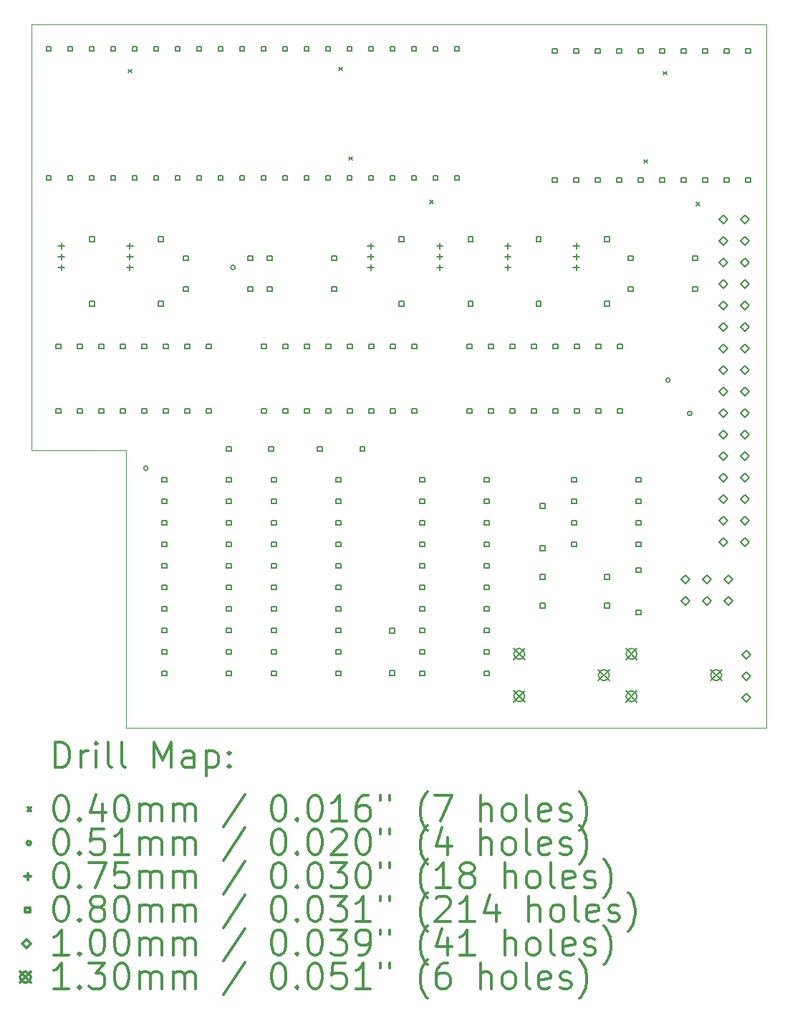
<source format=gbr>
%FSLAX45Y45*%
G04 Gerber Fmt 4.5, Leading zero omitted, Abs format (unit mm)*
G04 Created by KiCad (PCBNEW (5.1.9)-1) date 2023-04-05 16:22:53*
%MOMM*%
%LPD*%
G01*
G04 APERTURE LIST*
%TA.AperFunction,Profile*%
%ADD10C,0.050000*%
%TD*%
%ADD11C,0.200000*%
%ADD12C,0.300000*%
G04 APERTURE END LIST*
D10*
X13487000Y-8719000D02*
X14606000Y-8719000D01*
X13487000Y-3689000D02*
X13487000Y-8719000D01*
X22180000Y-8925000D02*
X22180000Y-11999000D01*
X14606000Y-11999000D02*
X14606000Y-8719000D01*
X22180000Y-3689000D02*
X22180000Y-8925000D01*
X14606000Y-11999000D02*
X22180000Y-11999000D01*
X13487000Y-3689000D02*
X22180000Y-3689000D01*
D11*
X14635800Y-4221800D02*
X14675800Y-4261800D01*
X14675800Y-4221800D02*
X14635800Y-4261800D01*
X17126600Y-4196400D02*
X17166600Y-4236400D01*
X17166600Y-4196400D02*
X17126600Y-4236400D01*
X17243000Y-5255000D02*
X17283000Y-5295000D01*
X17283000Y-5255000D02*
X17243000Y-5295000D01*
X18199861Y-5768279D02*
X18239861Y-5808279D01*
X18239861Y-5768279D02*
X18199861Y-5808279D01*
X20731800Y-5288600D02*
X20771800Y-5328600D01*
X20771800Y-5288600D02*
X20731800Y-5328600D01*
X20960400Y-4247200D02*
X21000400Y-4287200D01*
X21000400Y-4247200D02*
X20960400Y-4287200D01*
X21351855Y-5794994D02*
X21391855Y-5834994D01*
X21391855Y-5794994D02*
X21351855Y-5834994D01*
X14866900Y-8932500D02*
G75*
G03*
X14866900Y-8932500I-25400J0D01*
G01*
X15897400Y-6562000D02*
G75*
G03*
X15897400Y-6562000I-25400J0D01*
G01*
X21039400Y-7892500D02*
G75*
G03*
X21039400Y-7892500I-25400J0D01*
G01*
X21296900Y-8285000D02*
G75*
G03*
X21296900Y-8285000I-25400J0D01*
G01*
X13842400Y-6270500D02*
X13842400Y-6345500D01*
X13804900Y-6308000D02*
X13879900Y-6308000D01*
X13842400Y-6397500D02*
X13842400Y-6472500D01*
X13804900Y-6435000D02*
X13879900Y-6435000D01*
X13842400Y-6524500D02*
X13842400Y-6599500D01*
X13804900Y-6562000D02*
X13879900Y-6562000D01*
X14652933Y-6270500D02*
X14652933Y-6345500D01*
X14615433Y-6308000D02*
X14690433Y-6308000D01*
X14652933Y-6397500D02*
X14652933Y-6472500D01*
X14615433Y-6435000D02*
X14690433Y-6435000D01*
X14652933Y-6524500D02*
X14652933Y-6599500D01*
X14615433Y-6562000D02*
X14690433Y-6562000D01*
X17500600Y-6270500D02*
X17500600Y-6345500D01*
X17463100Y-6308000D02*
X17538100Y-6308000D01*
X17500600Y-6397500D02*
X17500600Y-6472500D01*
X17463100Y-6435000D02*
X17538100Y-6435000D01*
X17500600Y-6524500D02*
X17500600Y-6599500D01*
X17463100Y-6562000D02*
X17538100Y-6562000D01*
X18316600Y-6270500D02*
X18316600Y-6345500D01*
X18279100Y-6308000D02*
X18354100Y-6308000D01*
X18316600Y-6397500D02*
X18316600Y-6472500D01*
X18279100Y-6435000D02*
X18354100Y-6435000D01*
X18316600Y-6524500D02*
X18316600Y-6599500D01*
X18279100Y-6562000D02*
X18354100Y-6562000D01*
X19121067Y-6270500D02*
X19121067Y-6345500D01*
X19083567Y-6308000D02*
X19158567Y-6308000D01*
X19121067Y-6397500D02*
X19121067Y-6472500D01*
X19083567Y-6435000D02*
X19158567Y-6435000D01*
X19121067Y-6524500D02*
X19121067Y-6599500D01*
X19083567Y-6562000D02*
X19158567Y-6562000D01*
X19931600Y-6270500D02*
X19931600Y-6345500D01*
X19894100Y-6308000D02*
X19969100Y-6308000D01*
X19931600Y-6397500D02*
X19931600Y-6472500D01*
X19894100Y-6435000D02*
X19969100Y-6435000D01*
X19931600Y-6524500D02*
X19931600Y-6599500D01*
X19894100Y-6562000D02*
X19969100Y-6562000D01*
X13722284Y-4007084D02*
X13722284Y-3950515D01*
X13665715Y-3950515D01*
X13665715Y-4007084D01*
X13722284Y-4007084D01*
X13722284Y-5531085D02*
X13722284Y-5474516D01*
X13665715Y-5474516D01*
X13665715Y-5531085D01*
X13722284Y-5531085D01*
X13836684Y-7521284D02*
X13836684Y-7464715D01*
X13780115Y-7464715D01*
X13780115Y-7521284D01*
X13836684Y-7521284D01*
X13836684Y-8283284D02*
X13836684Y-8226715D01*
X13780115Y-8226715D01*
X13780115Y-8283284D01*
X13836684Y-8283284D01*
X13976284Y-4007084D02*
X13976284Y-3950515D01*
X13919715Y-3950515D01*
X13919715Y-4007084D01*
X13976284Y-4007084D01*
X13976284Y-5531085D02*
X13976284Y-5474516D01*
X13919715Y-5474516D01*
X13919715Y-5531085D01*
X13976284Y-5531085D01*
X14090684Y-7521284D02*
X14090684Y-7464715D01*
X14034115Y-7464715D01*
X14034115Y-7521284D01*
X14090684Y-7521284D01*
X14090684Y-8283284D02*
X14090684Y-8226715D01*
X14034115Y-8226715D01*
X14034115Y-8283284D01*
X14090684Y-8283284D01*
X14230284Y-4007084D02*
X14230284Y-3950515D01*
X14173715Y-3950515D01*
X14173715Y-4007084D01*
X14230284Y-4007084D01*
X14230284Y-5531085D02*
X14230284Y-5474516D01*
X14173715Y-5474516D01*
X14173715Y-5531085D01*
X14230284Y-5531085D01*
X14234684Y-6257284D02*
X14234684Y-6200715D01*
X14178115Y-6200715D01*
X14178115Y-6257284D01*
X14234684Y-6257284D01*
X14234684Y-7019284D02*
X14234684Y-6962715D01*
X14178115Y-6962715D01*
X14178115Y-7019284D01*
X14234684Y-7019284D01*
X14344684Y-7521284D02*
X14344684Y-7464715D01*
X14288115Y-7464715D01*
X14288115Y-7521284D01*
X14344684Y-7521284D01*
X14344684Y-8283284D02*
X14344684Y-8226715D01*
X14288115Y-8226715D01*
X14288115Y-8283284D01*
X14344684Y-8283284D01*
X14484284Y-4007084D02*
X14484284Y-3950515D01*
X14427715Y-3950515D01*
X14427715Y-4007084D01*
X14484284Y-4007084D01*
X14484284Y-5531085D02*
X14484284Y-5474516D01*
X14427715Y-5474516D01*
X14427715Y-5531085D01*
X14484284Y-5531085D01*
X14598684Y-7521284D02*
X14598684Y-7464715D01*
X14542115Y-7464715D01*
X14542115Y-7521284D01*
X14598684Y-7521284D01*
X14598684Y-8283284D02*
X14598684Y-8226715D01*
X14542115Y-8226715D01*
X14542115Y-8283284D01*
X14598684Y-8283284D01*
X14738284Y-4007084D02*
X14738284Y-3950515D01*
X14681715Y-3950515D01*
X14681715Y-4007084D01*
X14738284Y-4007084D01*
X14738284Y-5531085D02*
X14738284Y-5474516D01*
X14681715Y-5474516D01*
X14681715Y-5531085D01*
X14738284Y-5531085D01*
X14852684Y-7521284D02*
X14852684Y-7464715D01*
X14796115Y-7464715D01*
X14796115Y-7521284D01*
X14852684Y-7521284D01*
X14852684Y-8283284D02*
X14852684Y-8226715D01*
X14796115Y-8226715D01*
X14796115Y-8283284D01*
X14852684Y-8283284D01*
X14992284Y-4007084D02*
X14992284Y-3950515D01*
X14935715Y-3950515D01*
X14935715Y-4007084D01*
X14992284Y-4007084D01*
X14992284Y-5531085D02*
X14992284Y-5474516D01*
X14935715Y-5474516D01*
X14935715Y-5531085D01*
X14992284Y-5531085D01*
X15045218Y-6257284D02*
X15045218Y-6200715D01*
X14988649Y-6200715D01*
X14988649Y-6257284D01*
X15045218Y-6257284D01*
X15045218Y-7019284D02*
X15045218Y-6962715D01*
X14988649Y-6962715D01*
X14988649Y-7019284D01*
X15045218Y-7019284D01*
X15090484Y-9096085D02*
X15090484Y-9039516D01*
X15033915Y-9039516D01*
X15033915Y-9096085D01*
X15090484Y-9096085D01*
X15090484Y-9350085D02*
X15090484Y-9293516D01*
X15033915Y-9293516D01*
X15033915Y-9350085D01*
X15090484Y-9350085D01*
X15090484Y-9604085D02*
X15090484Y-9547516D01*
X15033915Y-9547516D01*
X15033915Y-9604085D01*
X15090484Y-9604085D01*
X15090484Y-9858085D02*
X15090484Y-9801516D01*
X15033915Y-9801516D01*
X15033915Y-9858085D01*
X15090484Y-9858085D01*
X15090484Y-10112085D02*
X15090484Y-10055516D01*
X15033915Y-10055516D01*
X15033915Y-10112085D01*
X15090484Y-10112085D01*
X15090484Y-10366085D02*
X15090484Y-10309516D01*
X15033915Y-10309516D01*
X15033915Y-10366085D01*
X15090484Y-10366085D01*
X15090484Y-10620085D02*
X15090484Y-10563516D01*
X15033915Y-10563516D01*
X15033915Y-10620085D01*
X15090484Y-10620085D01*
X15090484Y-10874085D02*
X15090484Y-10817516D01*
X15033915Y-10817516D01*
X15033915Y-10874085D01*
X15090484Y-10874085D01*
X15090484Y-11128085D02*
X15090484Y-11071516D01*
X15033915Y-11071516D01*
X15033915Y-11128085D01*
X15090484Y-11128085D01*
X15090484Y-11382084D02*
X15090484Y-11325515D01*
X15033915Y-11325515D01*
X15033915Y-11382084D01*
X15090484Y-11382084D01*
X15106684Y-7521284D02*
X15106684Y-7464715D01*
X15050115Y-7464715D01*
X15050115Y-7521284D01*
X15106684Y-7521284D01*
X15106684Y-8283284D02*
X15106684Y-8226715D01*
X15050115Y-8226715D01*
X15050115Y-8283284D01*
X15106684Y-8283284D01*
X15246284Y-4007084D02*
X15246284Y-3950515D01*
X15189715Y-3950515D01*
X15189715Y-4007084D01*
X15246284Y-4007084D01*
X15246284Y-5531085D02*
X15246284Y-5474516D01*
X15189715Y-5474516D01*
X15189715Y-5531085D01*
X15246284Y-5531085D01*
X15344484Y-6480284D02*
X15344484Y-6423715D01*
X15287915Y-6423715D01*
X15287915Y-6480284D01*
X15344484Y-6480284D01*
X15344484Y-6844284D02*
X15344484Y-6787715D01*
X15287915Y-6787715D01*
X15287915Y-6844284D01*
X15344484Y-6844284D01*
X15360684Y-7521284D02*
X15360684Y-7464715D01*
X15304115Y-7464715D01*
X15304115Y-7521284D01*
X15360684Y-7521284D01*
X15360684Y-8283284D02*
X15360684Y-8226715D01*
X15304115Y-8226715D01*
X15304115Y-8283284D01*
X15360684Y-8283284D01*
X15500284Y-4007084D02*
X15500284Y-3950515D01*
X15443715Y-3950515D01*
X15443715Y-4007084D01*
X15500284Y-4007084D01*
X15500284Y-5531085D02*
X15500284Y-5474516D01*
X15443715Y-5474516D01*
X15443715Y-5531085D01*
X15500284Y-5531085D01*
X15614684Y-7521284D02*
X15614684Y-7464715D01*
X15558115Y-7464715D01*
X15558115Y-7521284D01*
X15614684Y-7521284D01*
X15614684Y-8283284D02*
X15614684Y-8226715D01*
X15558115Y-8226715D01*
X15558115Y-8283284D01*
X15614684Y-8283284D01*
X15754284Y-4007084D02*
X15754284Y-3950515D01*
X15697715Y-3950515D01*
X15697715Y-4007084D01*
X15754284Y-4007084D01*
X15754284Y-5531085D02*
X15754284Y-5474516D01*
X15697715Y-5474516D01*
X15697715Y-5531085D01*
X15754284Y-5531085D01*
X15852484Y-8733285D02*
X15852484Y-8676716D01*
X15795915Y-8676716D01*
X15795915Y-8733285D01*
X15852484Y-8733285D01*
X15852484Y-9096085D02*
X15852484Y-9039516D01*
X15795915Y-9039516D01*
X15795915Y-9096085D01*
X15852484Y-9096085D01*
X15852484Y-9350085D02*
X15852484Y-9293516D01*
X15795915Y-9293516D01*
X15795915Y-9350085D01*
X15852484Y-9350085D01*
X15852484Y-9604085D02*
X15852484Y-9547516D01*
X15795915Y-9547516D01*
X15795915Y-9604085D01*
X15852484Y-9604085D01*
X15852484Y-9858085D02*
X15852484Y-9801516D01*
X15795915Y-9801516D01*
X15795915Y-9858085D01*
X15852484Y-9858085D01*
X15852484Y-10112085D02*
X15852484Y-10055516D01*
X15795915Y-10055516D01*
X15795915Y-10112085D01*
X15852484Y-10112085D01*
X15852484Y-10366085D02*
X15852484Y-10309516D01*
X15795915Y-10309516D01*
X15795915Y-10366085D01*
X15852484Y-10366085D01*
X15852484Y-10620085D02*
X15852484Y-10563516D01*
X15795915Y-10563516D01*
X15795915Y-10620085D01*
X15852484Y-10620085D01*
X15852484Y-10874085D02*
X15852484Y-10817516D01*
X15795915Y-10817516D01*
X15795915Y-10874085D01*
X15852484Y-10874085D01*
X15852484Y-11128085D02*
X15852484Y-11071516D01*
X15795915Y-11071516D01*
X15795915Y-11128085D01*
X15852484Y-11128085D01*
X15852484Y-11382084D02*
X15852484Y-11325515D01*
X15795915Y-11325515D01*
X15795915Y-11382084D01*
X15852484Y-11382084D01*
X16008284Y-4007084D02*
X16008284Y-3950515D01*
X15951715Y-3950515D01*
X15951715Y-4007084D01*
X16008284Y-4007084D01*
X16008284Y-5531085D02*
X16008284Y-5474516D01*
X15951715Y-5474516D01*
X15951715Y-5531085D01*
X16008284Y-5531085D01*
X16106484Y-6480284D02*
X16106484Y-6423715D01*
X16049915Y-6423715D01*
X16049915Y-6480284D01*
X16106484Y-6480284D01*
X16106484Y-6844284D02*
X16106484Y-6787715D01*
X16049915Y-6787715D01*
X16049915Y-6844284D01*
X16106484Y-6844284D01*
X16262284Y-4007084D02*
X16262284Y-3950515D01*
X16205715Y-3950515D01*
X16205715Y-4007084D01*
X16262284Y-4007084D01*
X16262284Y-5531085D02*
X16262284Y-5474516D01*
X16205715Y-5474516D01*
X16205715Y-5531085D01*
X16262284Y-5531085D01*
X16266984Y-7521284D02*
X16266984Y-7464715D01*
X16210415Y-7464715D01*
X16210415Y-7521284D01*
X16266984Y-7521284D01*
X16266984Y-8283284D02*
X16266984Y-8226715D01*
X16210415Y-8226715D01*
X16210415Y-8283284D01*
X16266984Y-8283284D01*
X16335084Y-6480284D02*
X16335084Y-6423715D01*
X16278515Y-6423715D01*
X16278515Y-6480284D01*
X16335084Y-6480284D01*
X16335084Y-6844284D02*
X16335084Y-6787715D01*
X16278515Y-6787715D01*
X16278515Y-6844284D01*
X16335084Y-6844284D01*
X16352484Y-8733285D02*
X16352484Y-8676716D01*
X16295915Y-8676716D01*
X16295915Y-8733285D01*
X16352484Y-8733285D01*
X16385884Y-9096085D02*
X16385884Y-9039516D01*
X16329315Y-9039516D01*
X16329315Y-9096085D01*
X16385884Y-9096085D01*
X16385884Y-9350085D02*
X16385884Y-9293516D01*
X16329315Y-9293516D01*
X16329315Y-9350085D01*
X16385884Y-9350085D01*
X16385884Y-9604085D02*
X16385884Y-9547516D01*
X16329315Y-9547516D01*
X16329315Y-9604085D01*
X16385884Y-9604085D01*
X16385884Y-9858085D02*
X16385884Y-9801516D01*
X16329315Y-9801516D01*
X16329315Y-9858085D01*
X16385884Y-9858085D01*
X16385884Y-10112085D02*
X16385884Y-10055516D01*
X16329315Y-10055516D01*
X16329315Y-10112085D01*
X16385884Y-10112085D01*
X16385884Y-10366085D02*
X16385884Y-10309516D01*
X16329315Y-10309516D01*
X16329315Y-10366085D01*
X16385884Y-10366085D01*
X16385884Y-10620085D02*
X16385884Y-10563516D01*
X16329315Y-10563516D01*
X16329315Y-10620085D01*
X16385884Y-10620085D01*
X16385884Y-10874085D02*
X16385884Y-10817516D01*
X16329315Y-10817516D01*
X16329315Y-10874085D01*
X16385884Y-10874085D01*
X16385884Y-11128085D02*
X16385884Y-11071516D01*
X16329315Y-11071516D01*
X16329315Y-11128085D01*
X16385884Y-11128085D01*
X16385884Y-11382084D02*
X16385884Y-11325515D01*
X16329315Y-11325515D01*
X16329315Y-11382084D01*
X16385884Y-11382084D01*
X16516284Y-4007084D02*
X16516284Y-3950515D01*
X16459715Y-3950515D01*
X16459715Y-4007084D01*
X16516284Y-4007084D01*
X16516284Y-5531085D02*
X16516284Y-5474516D01*
X16459715Y-5474516D01*
X16459715Y-5531085D01*
X16516284Y-5531085D01*
X16520984Y-7521284D02*
X16520984Y-7464715D01*
X16464415Y-7464715D01*
X16464415Y-7521284D01*
X16520984Y-7521284D01*
X16520984Y-8283284D02*
X16520984Y-8226715D01*
X16464415Y-8226715D01*
X16464415Y-8283284D01*
X16520984Y-8283284D01*
X16770284Y-4007084D02*
X16770284Y-3950515D01*
X16713715Y-3950515D01*
X16713715Y-4007084D01*
X16770284Y-4007084D01*
X16770284Y-5531085D02*
X16770284Y-5474516D01*
X16713715Y-5474516D01*
X16713715Y-5531085D01*
X16770284Y-5531085D01*
X16774984Y-7521284D02*
X16774984Y-7464715D01*
X16718415Y-7464715D01*
X16718415Y-7521284D01*
X16774984Y-7521284D01*
X16774984Y-8283284D02*
X16774984Y-8226715D01*
X16718415Y-8226715D01*
X16718415Y-8283284D01*
X16774984Y-8283284D01*
X16929785Y-8733285D02*
X16929785Y-8676716D01*
X16873216Y-8676716D01*
X16873216Y-8733285D01*
X16929785Y-8733285D01*
X17024285Y-4007084D02*
X17024285Y-3950515D01*
X16967716Y-3950515D01*
X16967716Y-4007084D01*
X17024285Y-4007084D01*
X17024285Y-5531085D02*
X17024285Y-5474516D01*
X16967716Y-5474516D01*
X16967716Y-5531085D01*
X17024285Y-5531085D01*
X17028985Y-7521284D02*
X17028985Y-7464715D01*
X16972416Y-7464715D01*
X16972416Y-7521284D01*
X17028985Y-7521284D01*
X17028985Y-8283284D02*
X17028985Y-8226715D01*
X16972416Y-8226715D01*
X16972416Y-8283284D01*
X17028985Y-8283284D01*
X17097085Y-6480284D02*
X17097085Y-6423715D01*
X17040516Y-6423715D01*
X17040516Y-6480284D01*
X17097085Y-6480284D01*
X17097085Y-6844284D02*
X17097085Y-6787715D01*
X17040516Y-6787715D01*
X17040516Y-6844284D01*
X17097085Y-6844284D01*
X17147885Y-9096085D02*
X17147885Y-9039516D01*
X17091316Y-9039516D01*
X17091316Y-9096085D01*
X17147885Y-9096085D01*
X17147885Y-9350085D02*
X17147885Y-9293516D01*
X17091316Y-9293516D01*
X17091316Y-9350085D01*
X17147885Y-9350085D01*
X17147885Y-9604085D02*
X17147885Y-9547516D01*
X17091316Y-9547516D01*
X17091316Y-9604085D01*
X17147885Y-9604085D01*
X17147885Y-9858085D02*
X17147885Y-9801516D01*
X17091316Y-9801516D01*
X17091316Y-9858085D01*
X17147885Y-9858085D01*
X17147885Y-10112085D02*
X17147885Y-10055516D01*
X17091316Y-10055516D01*
X17091316Y-10112085D01*
X17147885Y-10112085D01*
X17147885Y-10366085D02*
X17147885Y-10309516D01*
X17091316Y-10309516D01*
X17091316Y-10366085D01*
X17147885Y-10366085D01*
X17147885Y-10620085D02*
X17147885Y-10563516D01*
X17091316Y-10563516D01*
X17091316Y-10620085D01*
X17147885Y-10620085D01*
X17147885Y-10874085D02*
X17147885Y-10817516D01*
X17091316Y-10817516D01*
X17091316Y-10874085D01*
X17147885Y-10874085D01*
X17147885Y-11128085D02*
X17147885Y-11071516D01*
X17091316Y-11071516D01*
X17091316Y-11128085D01*
X17147885Y-11128085D01*
X17147885Y-11382084D02*
X17147885Y-11325515D01*
X17091316Y-11325515D01*
X17091316Y-11382084D01*
X17147885Y-11382084D01*
X17278285Y-4007084D02*
X17278285Y-3950515D01*
X17221716Y-3950515D01*
X17221716Y-4007084D01*
X17278285Y-4007084D01*
X17278285Y-5531085D02*
X17278285Y-5474516D01*
X17221716Y-5474516D01*
X17221716Y-5531085D01*
X17278285Y-5531085D01*
X17282985Y-7521284D02*
X17282985Y-7464715D01*
X17226416Y-7464715D01*
X17226416Y-7521284D01*
X17282985Y-7521284D01*
X17282985Y-8283284D02*
X17282985Y-8226715D01*
X17226416Y-8226715D01*
X17226416Y-8283284D01*
X17282985Y-8283284D01*
X17429785Y-8733285D02*
X17429785Y-8676716D01*
X17373216Y-8676716D01*
X17373216Y-8733285D01*
X17429785Y-8733285D01*
X17532285Y-4007084D02*
X17532285Y-3950515D01*
X17475716Y-3950515D01*
X17475716Y-4007084D01*
X17532285Y-4007084D01*
X17532285Y-5531085D02*
X17532285Y-5474516D01*
X17475716Y-5474516D01*
X17475716Y-5531085D01*
X17532285Y-5531085D01*
X17536985Y-7521284D02*
X17536985Y-7464715D01*
X17480416Y-7464715D01*
X17480416Y-7521284D01*
X17536985Y-7521284D01*
X17536985Y-8283284D02*
X17536985Y-8226715D01*
X17480416Y-8226715D01*
X17480416Y-8283284D01*
X17536985Y-8283284D01*
X17784785Y-10880785D02*
X17784785Y-10824216D01*
X17728216Y-10824216D01*
X17728216Y-10880785D01*
X17784785Y-10880785D01*
X17784785Y-11380784D02*
X17784785Y-11324215D01*
X17728216Y-11324215D01*
X17728216Y-11380784D01*
X17784785Y-11380784D01*
X17786285Y-4007084D02*
X17786285Y-3950515D01*
X17729716Y-3950515D01*
X17729716Y-4007084D01*
X17786285Y-4007084D01*
X17786285Y-5531085D02*
X17786285Y-5474516D01*
X17729716Y-5474516D01*
X17729716Y-5531085D01*
X17786285Y-5531085D01*
X17790985Y-7521284D02*
X17790985Y-7464715D01*
X17734416Y-7464715D01*
X17734416Y-7521284D01*
X17790985Y-7521284D01*
X17790985Y-8283284D02*
X17790985Y-8226715D01*
X17734416Y-8226715D01*
X17734416Y-8283284D01*
X17790985Y-8283284D01*
X17892885Y-6257284D02*
X17892885Y-6200715D01*
X17836316Y-6200715D01*
X17836316Y-6257284D01*
X17892885Y-6257284D01*
X17892885Y-7019284D02*
X17892885Y-6962715D01*
X17836316Y-6962715D01*
X17836316Y-7019284D01*
X17892885Y-7019284D01*
X18040285Y-4007084D02*
X18040285Y-3950515D01*
X17983716Y-3950515D01*
X17983716Y-4007084D01*
X18040285Y-4007084D01*
X18040285Y-5531085D02*
X18040285Y-5474516D01*
X17983716Y-5474516D01*
X17983716Y-5531085D01*
X18040285Y-5531085D01*
X18044985Y-7521284D02*
X18044985Y-7464715D01*
X17988416Y-7464715D01*
X17988416Y-7521284D01*
X18044985Y-7521284D01*
X18044985Y-8283284D02*
X18044985Y-8226715D01*
X17988416Y-8226715D01*
X17988416Y-8283284D01*
X18044985Y-8283284D01*
X18138485Y-9096085D02*
X18138485Y-9039516D01*
X18081916Y-9039516D01*
X18081916Y-9096085D01*
X18138485Y-9096085D01*
X18138485Y-9350085D02*
X18138485Y-9293516D01*
X18081916Y-9293516D01*
X18081916Y-9350085D01*
X18138485Y-9350085D01*
X18138485Y-9604085D02*
X18138485Y-9547516D01*
X18081916Y-9547516D01*
X18081916Y-9604085D01*
X18138485Y-9604085D01*
X18138485Y-9858085D02*
X18138485Y-9801516D01*
X18081916Y-9801516D01*
X18081916Y-9858085D01*
X18138485Y-9858085D01*
X18138485Y-10112085D02*
X18138485Y-10055516D01*
X18081916Y-10055516D01*
X18081916Y-10112085D01*
X18138485Y-10112085D01*
X18138485Y-10366085D02*
X18138485Y-10309516D01*
X18081916Y-10309516D01*
X18081916Y-10366085D01*
X18138485Y-10366085D01*
X18138485Y-10620085D02*
X18138485Y-10563516D01*
X18081916Y-10563516D01*
X18081916Y-10620085D01*
X18138485Y-10620085D01*
X18138485Y-10874085D02*
X18138485Y-10817516D01*
X18081916Y-10817516D01*
X18081916Y-10874085D01*
X18138485Y-10874085D01*
X18138485Y-11128085D02*
X18138485Y-11071516D01*
X18081916Y-11071516D01*
X18081916Y-11128085D01*
X18138485Y-11128085D01*
X18138485Y-11382084D02*
X18138485Y-11325515D01*
X18081916Y-11325515D01*
X18081916Y-11382084D01*
X18138485Y-11382084D01*
X18294285Y-4007084D02*
X18294285Y-3950515D01*
X18237716Y-3950515D01*
X18237716Y-4007084D01*
X18294285Y-4007084D01*
X18294285Y-5531085D02*
X18294285Y-5474516D01*
X18237716Y-5474516D01*
X18237716Y-5531085D01*
X18294285Y-5531085D01*
X18548285Y-4007084D02*
X18548285Y-3950515D01*
X18491716Y-3950515D01*
X18491716Y-4007084D01*
X18548285Y-4007084D01*
X18548285Y-5531085D02*
X18548285Y-5474516D01*
X18491716Y-5474516D01*
X18491716Y-5531085D01*
X18548285Y-5531085D01*
X18697285Y-7521284D02*
X18697285Y-7464715D01*
X18640716Y-7464715D01*
X18640716Y-7521284D01*
X18697285Y-7521284D01*
X18697285Y-8283284D02*
X18697285Y-8226715D01*
X18640716Y-8226715D01*
X18640716Y-8283284D01*
X18697285Y-8283284D01*
X18708885Y-6257284D02*
X18708885Y-6200715D01*
X18652316Y-6200715D01*
X18652316Y-6257284D01*
X18708885Y-6257284D01*
X18708885Y-7019284D02*
X18708885Y-6962715D01*
X18652316Y-6962715D01*
X18652316Y-7019284D01*
X18708885Y-7019284D01*
X18900485Y-9096085D02*
X18900485Y-9039516D01*
X18843916Y-9039516D01*
X18843916Y-9096085D01*
X18900485Y-9096085D01*
X18900485Y-9350085D02*
X18900485Y-9293516D01*
X18843916Y-9293516D01*
X18843916Y-9350085D01*
X18900485Y-9350085D01*
X18900485Y-9604085D02*
X18900485Y-9547516D01*
X18843916Y-9547516D01*
X18843916Y-9604085D01*
X18900485Y-9604085D01*
X18900485Y-9858085D02*
X18900485Y-9801516D01*
X18843916Y-9801516D01*
X18843916Y-9858085D01*
X18900485Y-9858085D01*
X18900485Y-10112085D02*
X18900485Y-10055516D01*
X18843916Y-10055516D01*
X18843916Y-10112085D01*
X18900485Y-10112085D01*
X18900485Y-10366085D02*
X18900485Y-10309516D01*
X18843916Y-10309516D01*
X18843916Y-10366085D01*
X18900485Y-10366085D01*
X18900485Y-10620085D02*
X18900485Y-10563516D01*
X18843916Y-10563516D01*
X18843916Y-10620085D01*
X18900485Y-10620085D01*
X18900485Y-10874085D02*
X18900485Y-10817516D01*
X18843916Y-10817516D01*
X18843916Y-10874085D01*
X18900485Y-10874085D01*
X18900485Y-11128085D02*
X18900485Y-11071516D01*
X18843916Y-11071516D01*
X18843916Y-11128085D01*
X18900485Y-11128085D01*
X18900485Y-11382084D02*
X18900485Y-11325515D01*
X18843916Y-11325515D01*
X18843916Y-11382084D01*
X18900485Y-11382084D01*
X18951285Y-7521284D02*
X18951285Y-7464715D01*
X18894716Y-7464715D01*
X18894716Y-7521284D01*
X18951285Y-7521284D01*
X18951285Y-8283284D02*
X18951285Y-8226715D01*
X18894716Y-8226715D01*
X18894716Y-8283284D01*
X18951285Y-8283284D01*
X19205285Y-7521284D02*
X19205285Y-7464715D01*
X19148716Y-7464715D01*
X19148716Y-7521284D01*
X19205285Y-7521284D01*
X19205285Y-8283284D02*
X19205285Y-8226715D01*
X19148716Y-8226715D01*
X19148716Y-8283284D01*
X19205285Y-8283284D01*
X19459285Y-7521284D02*
X19459285Y-7464715D01*
X19402716Y-7464715D01*
X19402716Y-7521284D01*
X19459285Y-7521284D01*
X19459285Y-8283284D02*
X19459285Y-8226715D01*
X19402716Y-8226715D01*
X19402716Y-8283284D01*
X19459285Y-8283284D01*
X19513351Y-6257284D02*
X19513351Y-6200715D01*
X19456782Y-6200715D01*
X19456782Y-6257284D01*
X19513351Y-6257284D01*
X19513351Y-7019284D02*
X19513351Y-6962715D01*
X19456782Y-6962715D01*
X19456782Y-7019284D01*
X19513351Y-7019284D01*
X19557285Y-9403285D02*
X19557285Y-9346716D01*
X19500716Y-9346716D01*
X19500716Y-9403285D01*
X19557285Y-9403285D01*
X19557285Y-9903285D02*
X19557285Y-9846716D01*
X19500716Y-9846716D01*
X19500716Y-9903285D01*
X19557285Y-9903285D01*
X19557285Y-10243285D02*
X19557285Y-10186716D01*
X19500716Y-10186716D01*
X19500716Y-10243285D01*
X19557285Y-10243285D01*
X19557285Y-10580785D02*
X19557285Y-10524216D01*
X19500716Y-10524216D01*
X19500716Y-10580785D01*
X19557285Y-10580785D01*
X19702085Y-4032484D02*
X19702085Y-3975915D01*
X19645516Y-3975915D01*
X19645516Y-4032484D01*
X19702085Y-4032484D01*
X19702085Y-5556485D02*
X19702085Y-5499916D01*
X19645516Y-5499916D01*
X19645516Y-5556485D01*
X19702085Y-5556485D01*
X19713285Y-7521284D02*
X19713285Y-7464715D01*
X19656716Y-7464715D01*
X19656716Y-7521284D01*
X19713285Y-7521284D01*
X19713285Y-8283284D02*
X19713285Y-8226715D01*
X19656716Y-8226715D01*
X19656716Y-8283284D01*
X19713285Y-8283284D01*
X19932285Y-9096085D02*
X19932285Y-9039516D01*
X19875716Y-9039516D01*
X19875716Y-9096085D01*
X19932285Y-9096085D01*
X19932285Y-9350085D02*
X19932285Y-9293516D01*
X19875716Y-9293516D01*
X19875716Y-9350085D01*
X19932285Y-9350085D01*
X19932285Y-9604085D02*
X19932285Y-9547516D01*
X19875716Y-9547516D01*
X19875716Y-9604085D01*
X19932285Y-9604085D01*
X19932285Y-9858085D02*
X19932285Y-9801516D01*
X19875716Y-9801516D01*
X19875716Y-9858085D01*
X19932285Y-9858085D01*
X19956085Y-4032484D02*
X19956085Y-3975915D01*
X19899516Y-3975915D01*
X19899516Y-4032484D01*
X19956085Y-4032484D01*
X19956085Y-5556485D02*
X19956085Y-5499916D01*
X19899516Y-5499916D01*
X19899516Y-5556485D01*
X19956085Y-5556485D01*
X19967285Y-7521284D02*
X19967285Y-7464715D01*
X19910716Y-7464715D01*
X19910716Y-7521284D01*
X19967285Y-7521284D01*
X19967285Y-8283284D02*
X19967285Y-8226715D01*
X19910716Y-8226715D01*
X19910716Y-8283284D01*
X19967285Y-8283284D01*
X20210085Y-4032484D02*
X20210085Y-3975915D01*
X20153516Y-3975915D01*
X20153516Y-4032484D01*
X20210085Y-4032484D01*
X20210085Y-5556485D02*
X20210085Y-5499916D01*
X20153516Y-5499916D01*
X20153516Y-5556485D01*
X20210085Y-5556485D01*
X20221285Y-7521284D02*
X20221285Y-7464715D01*
X20164716Y-7464715D01*
X20164716Y-7521284D01*
X20221285Y-7521284D01*
X20221285Y-8283284D02*
X20221285Y-8226715D01*
X20164716Y-8226715D01*
X20164716Y-8283284D01*
X20221285Y-8283284D01*
X20319285Y-10243285D02*
X20319285Y-10186716D01*
X20262716Y-10186716D01*
X20262716Y-10243285D01*
X20319285Y-10243285D01*
X20319285Y-10580785D02*
X20319285Y-10524216D01*
X20262716Y-10524216D01*
X20262716Y-10580785D01*
X20319285Y-10580785D01*
X20323885Y-6257284D02*
X20323885Y-6200715D01*
X20267316Y-6200715D01*
X20267316Y-6257284D01*
X20323885Y-6257284D01*
X20323885Y-7019284D02*
X20323885Y-6962715D01*
X20267316Y-6962715D01*
X20267316Y-7019284D01*
X20323885Y-7019284D01*
X20464085Y-4032484D02*
X20464085Y-3975915D01*
X20407516Y-3975915D01*
X20407516Y-4032484D01*
X20464085Y-4032484D01*
X20464085Y-5556485D02*
X20464085Y-5499916D01*
X20407516Y-5499916D01*
X20407516Y-5556485D01*
X20464085Y-5556485D01*
X20475285Y-7521284D02*
X20475285Y-7464715D01*
X20418716Y-7464715D01*
X20418716Y-7521284D01*
X20475285Y-7521284D01*
X20475285Y-8283284D02*
X20475285Y-8226715D01*
X20418716Y-8226715D01*
X20418716Y-8283284D01*
X20475285Y-8283284D01*
X20602285Y-6480284D02*
X20602285Y-6423715D01*
X20545716Y-6423715D01*
X20545716Y-6480284D01*
X20602285Y-6480284D01*
X20602285Y-6844284D02*
X20602285Y-6787715D01*
X20545716Y-6787715D01*
X20545716Y-6844284D01*
X20602285Y-6844284D01*
X20694285Y-9096085D02*
X20694285Y-9039516D01*
X20637716Y-9039516D01*
X20637716Y-9096085D01*
X20694285Y-9096085D01*
X20694285Y-9350085D02*
X20694285Y-9293516D01*
X20637716Y-9293516D01*
X20637716Y-9350085D01*
X20694285Y-9350085D01*
X20694285Y-9604085D02*
X20694285Y-9547516D01*
X20637716Y-9547516D01*
X20637716Y-9604085D01*
X20694285Y-9604085D01*
X20694285Y-9858085D02*
X20694285Y-9801516D01*
X20637716Y-9801516D01*
X20637716Y-9858085D01*
X20694285Y-9858085D01*
X20694285Y-10163285D02*
X20694285Y-10106716D01*
X20637716Y-10106716D01*
X20637716Y-10163285D01*
X20694285Y-10163285D01*
X20694285Y-10663285D02*
X20694285Y-10606716D01*
X20637716Y-10606716D01*
X20637716Y-10663285D01*
X20694285Y-10663285D01*
X20718085Y-4032484D02*
X20718085Y-3975915D01*
X20661516Y-3975915D01*
X20661516Y-4032484D01*
X20718085Y-4032484D01*
X20718085Y-5556485D02*
X20718085Y-5499916D01*
X20661516Y-5499916D01*
X20661516Y-5556485D01*
X20718085Y-5556485D01*
X20972085Y-4032484D02*
X20972085Y-3975915D01*
X20915516Y-3975915D01*
X20915516Y-4032484D01*
X20972085Y-4032484D01*
X20972085Y-5556485D02*
X20972085Y-5499916D01*
X20915516Y-5499916D01*
X20915516Y-5556485D01*
X20972085Y-5556485D01*
X21226085Y-4032484D02*
X21226085Y-3975915D01*
X21169516Y-3975915D01*
X21169516Y-4032484D01*
X21226085Y-4032484D01*
X21226085Y-5556485D02*
X21226085Y-5499916D01*
X21169516Y-5499916D01*
X21169516Y-5556485D01*
X21226085Y-5556485D01*
X21364285Y-6480284D02*
X21364285Y-6423715D01*
X21307716Y-6423715D01*
X21307716Y-6480284D01*
X21364285Y-6480284D01*
X21364285Y-6844284D02*
X21364285Y-6787715D01*
X21307716Y-6787715D01*
X21307716Y-6844284D01*
X21364285Y-6844284D01*
X21480085Y-4032484D02*
X21480085Y-3975915D01*
X21423516Y-3975915D01*
X21423516Y-4032484D01*
X21480085Y-4032484D01*
X21480085Y-5556485D02*
X21480085Y-5499916D01*
X21423516Y-5499916D01*
X21423516Y-5556485D01*
X21480085Y-5556485D01*
X21734085Y-4032484D02*
X21734085Y-3975915D01*
X21677516Y-3975915D01*
X21677516Y-4032484D01*
X21734085Y-4032484D01*
X21734085Y-5556485D02*
X21734085Y-5499916D01*
X21677516Y-5499916D01*
X21677516Y-5556485D01*
X21734085Y-5556485D01*
X21988085Y-4032484D02*
X21988085Y-3975915D01*
X21931516Y-3975915D01*
X21931516Y-4032484D01*
X21988085Y-4032484D01*
X21988085Y-5556485D02*
X21988085Y-5499916D01*
X21931516Y-5499916D01*
X21931516Y-5556485D01*
X21988085Y-5556485D01*
X21218500Y-10298500D02*
X21268500Y-10248500D01*
X21218500Y-10198500D01*
X21168500Y-10248500D01*
X21218500Y-10298500D01*
X21218500Y-10552500D02*
X21268500Y-10502500D01*
X21218500Y-10452500D01*
X21168500Y-10502500D01*
X21218500Y-10552500D01*
X21472500Y-10298500D02*
X21522500Y-10248500D01*
X21472500Y-10198500D01*
X21422500Y-10248500D01*
X21472500Y-10298500D01*
X21472500Y-10552500D02*
X21522500Y-10502500D01*
X21472500Y-10452500D01*
X21422500Y-10502500D01*
X21472500Y-10552500D01*
X21672000Y-6045000D02*
X21722000Y-5995000D01*
X21672000Y-5945000D01*
X21622000Y-5995000D01*
X21672000Y-6045000D01*
X21672000Y-6299000D02*
X21722000Y-6249000D01*
X21672000Y-6199000D01*
X21622000Y-6249000D01*
X21672000Y-6299000D01*
X21672000Y-6553000D02*
X21722000Y-6503000D01*
X21672000Y-6453000D01*
X21622000Y-6503000D01*
X21672000Y-6553000D01*
X21672000Y-6807000D02*
X21722000Y-6757000D01*
X21672000Y-6707000D01*
X21622000Y-6757000D01*
X21672000Y-6807000D01*
X21672000Y-7061000D02*
X21722000Y-7011000D01*
X21672000Y-6961000D01*
X21622000Y-7011000D01*
X21672000Y-7061000D01*
X21672000Y-7315000D02*
X21722000Y-7265000D01*
X21672000Y-7215000D01*
X21622000Y-7265000D01*
X21672000Y-7315000D01*
X21672000Y-7569000D02*
X21722000Y-7519000D01*
X21672000Y-7469000D01*
X21622000Y-7519000D01*
X21672000Y-7569000D01*
X21672000Y-7823000D02*
X21722000Y-7773000D01*
X21672000Y-7723000D01*
X21622000Y-7773000D01*
X21672000Y-7823000D01*
X21672000Y-8077000D02*
X21722000Y-8027000D01*
X21672000Y-7977000D01*
X21622000Y-8027000D01*
X21672000Y-8077000D01*
X21672000Y-8331000D02*
X21722000Y-8281000D01*
X21672000Y-8231000D01*
X21622000Y-8281000D01*
X21672000Y-8331000D01*
X21672000Y-8585000D02*
X21722000Y-8535000D01*
X21672000Y-8485000D01*
X21622000Y-8535000D01*
X21672000Y-8585000D01*
X21672000Y-8839000D02*
X21722000Y-8789000D01*
X21672000Y-8739000D01*
X21622000Y-8789000D01*
X21672000Y-8839000D01*
X21672000Y-9093000D02*
X21722000Y-9043000D01*
X21672000Y-8993000D01*
X21622000Y-9043000D01*
X21672000Y-9093000D01*
X21672000Y-9347000D02*
X21722000Y-9297000D01*
X21672000Y-9247000D01*
X21622000Y-9297000D01*
X21672000Y-9347000D01*
X21672000Y-9601000D02*
X21722000Y-9551000D01*
X21672000Y-9501000D01*
X21622000Y-9551000D01*
X21672000Y-9601000D01*
X21672000Y-9855000D02*
X21722000Y-9805000D01*
X21672000Y-9755000D01*
X21622000Y-9805000D01*
X21672000Y-9855000D01*
X21726500Y-10298500D02*
X21776500Y-10248500D01*
X21726500Y-10198500D01*
X21676500Y-10248500D01*
X21726500Y-10298500D01*
X21726500Y-10552500D02*
X21776500Y-10502500D01*
X21726500Y-10452500D01*
X21676500Y-10502500D01*
X21726500Y-10552500D01*
X21926000Y-6045000D02*
X21976000Y-5995000D01*
X21926000Y-5945000D01*
X21876000Y-5995000D01*
X21926000Y-6045000D01*
X21926000Y-6299000D02*
X21976000Y-6249000D01*
X21926000Y-6199000D01*
X21876000Y-6249000D01*
X21926000Y-6299000D01*
X21926000Y-6553000D02*
X21976000Y-6503000D01*
X21926000Y-6453000D01*
X21876000Y-6503000D01*
X21926000Y-6553000D01*
X21926000Y-6807000D02*
X21976000Y-6757000D01*
X21926000Y-6707000D01*
X21876000Y-6757000D01*
X21926000Y-6807000D01*
X21926000Y-7061000D02*
X21976000Y-7011000D01*
X21926000Y-6961000D01*
X21876000Y-7011000D01*
X21926000Y-7061000D01*
X21926000Y-7315000D02*
X21976000Y-7265000D01*
X21926000Y-7215000D01*
X21876000Y-7265000D01*
X21926000Y-7315000D01*
X21926000Y-7569000D02*
X21976000Y-7519000D01*
X21926000Y-7469000D01*
X21876000Y-7519000D01*
X21926000Y-7569000D01*
X21926000Y-7823000D02*
X21976000Y-7773000D01*
X21926000Y-7723000D01*
X21876000Y-7773000D01*
X21926000Y-7823000D01*
X21926000Y-8077000D02*
X21976000Y-8027000D01*
X21926000Y-7977000D01*
X21876000Y-8027000D01*
X21926000Y-8077000D01*
X21926000Y-8331000D02*
X21976000Y-8281000D01*
X21926000Y-8231000D01*
X21876000Y-8281000D01*
X21926000Y-8331000D01*
X21926000Y-8585000D02*
X21976000Y-8535000D01*
X21926000Y-8485000D01*
X21876000Y-8535000D01*
X21926000Y-8585000D01*
X21926000Y-8839000D02*
X21976000Y-8789000D01*
X21926000Y-8739000D01*
X21876000Y-8789000D01*
X21926000Y-8839000D01*
X21926000Y-9093000D02*
X21976000Y-9043000D01*
X21926000Y-8993000D01*
X21876000Y-9043000D01*
X21926000Y-9093000D01*
X21926000Y-9347000D02*
X21976000Y-9297000D01*
X21926000Y-9247000D01*
X21876000Y-9297000D01*
X21926000Y-9347000D01*
X21926000Y-9601000D02*
X21976000Y-9551000D01*
X21926000Y-9501000D01*
X21876000Y-9551000D01*
X21926000Y-9601000D01*
X21926000Y-9855000D02*
X21976000Y-9805000D01*
X21926000Y-9755000D01*
X21876000Y-9805000D01*
X21926000Y-9855000D01*
X21944000Y-11187500D02*
X21994000Y-11137500D01*
X21944000Y-11087500D01*
X21894000Y-11137500D01*
X21944000Y-11187500D01*
X21944000Y-11441500D02*
X21994000Y-11391500D01*
X21944000Y-11341500D01*
X21894000Y-11391500D01*
X21944000Y-11441500D01*
X21944000Y-11695500D02*
X21994000Y-11645500D01*
X21944000Y-11595500D01*
X21894000Y-11645500D01*
X21944000Y-11695500D01*
X19191500Y-11060000D02*
X19321500Y-11190000D01*
X19321500Y-11060000D02*
X19191500Y-11190000D01*
X19321500Y-11125000D02*
G75*
G03*
X19321500Y-11125000I-65000J0D01*
G01*
X19191500Y-11560000D02*
X19321500Y-11690000D01*
X19321500Y-11560000D02*
X19191500Y-11690000D01*
X19321500Y-11625000D02*
G75*
G03*
X19321500Y-11625000I-65000J0D01*
G01*
X20191500Y-11310000D02*
X20321500Y-11440000D01*
X20321500Y-11310000D02*
X20191500Y-11440000D01*
X20321500Y-11375000D02*
G75*
G03*
X20321500Y-11375000I-65000J0D01*
G01*
X20519000Y-11060000D02*
X20649000Y-11190000D01*
X20649000Y-11060000D02*
X20519000Y-11190000D01*
X20649000Y-11125000D02*
G75*
G03*
X20649000Y-11125000I-65000J0D01*
G01*
X20519000Y-11560000D02*
X20649000Y-11690000D01*
X20649000Y-11560000D02*
X20519000Y-11690000D01*
X20649000Y-11625000D02*
G75*
G03*
X20649000Y-11625000I-65000J0D01*
G01*
X21519000Y-11310000D02*
X21649000Y-11440000D01*
X21649000Y-11310000D02*
X21519000Y-11440000D01*
X21649000Y-11375000D02*
G75*
G03*
X21649000Y-11375000I-65000J0D01*
G01*
D12*
X13770928Y-12467214D02*
X13770928Y-12167214D01*
X13842357Y-12167214D01*
X13885214Y-12181500D01*
X13913786Y-12210071D01*
X13928071Y-12238643D01*
X13942357Y-12295786D01*
X13942357Y-12338643D01*
X13928071Y-12395786D01*
X13913786Y-12424357D01*
X13885214Y-12452929D01*
X13842357Y-12467214D01*
X13770928Y-12467214D01*
X14070928Y-12467214D02*
X14070928Y-12267214D01*
X14070928Y-12324357D02*
X14085214Y-12295786D01*
X14099500Y-12281500D01*
X14128071Y-12267214D01*
X14156643Y-12267214D01*
X14256643Y-12467214D02*
X14256643Y-12267214D01*
X14256643Y-12167214D02*
X14242357Y-12181500D01*
X14256643Y-12195786D01*
X14270928Y-12181500D01*
X14256643Y-12167214D01*
X14256643Y-12195786D01*
X14442357Y-12467214D02*
X14413786Y-12452929D01*
X14399500Y-12424357D01*
X14399500Y-12167214D01*
X14599500Y-12467214D02*
X14570928Y-12452929D01*
X14556643Y-12424357D01*
X14556643Y-12167214D01*
X14942357Y-12467214D02*
X14942357Y-12167214D01*
X15042357Y-12381500D01*
X15142357Y-12167214D01*
X15142357Y-12467214D01*
X15413786Y-12467214D02*
X15413786Y-12310071D01*
X15399500Y-12281500D01*
X15370928Y-12267214D01*
X15313786Y-12267214D01*
X15285214Y-12281500D01*
X15413786Y-12452929D02*
X15385214Y-12467214D01*
X15313786Y-12467214D01*
X15285214Y-12452929D01*
X15270928Y-12424357D01*
X15270928Y-12395786D01*
X15285214Y-12367214D01*
X15313786Y-12352929D01*
X15385214Y-12352929D01*
X15413786Y-12338643D01*
X15556643Y-12267214D02*
X15556643Y-12567214D01*
X15556643Y-12281500D02*
X15585214Y-12267214D01*
X15642357Y-12267214D01*
X15670928Y-12281500D01*
X15685214Y-12295786D01*
X15699500Y-12324357D01*
X15699500Y-12410071D01*
X15685214Y-12438643D01*
X15670928Y-12452929D01*
X15642357Y-12467214D01*
X15585214Y-12467214D01*
X15556643Y-12452929D01*
X15828071Y-12438643D02*
X15842357Y-12452929D01*
X15828071Y-12467214D01*
X15813786Y-12452929D01*
X15828071Y-12438643D01*
X15828071Y-12467214D01*
X15828071Y-12281500D02*
X15842357Y-12295786D01*
X15828071Y-12310071D01*
X15813786Y-12295786D01*
X15828071Y-12281500D01*
X15828071Y-12310071D01*
X13444500Y-12941500D02*
X13484500Y-12981500D01*
X13484500Y-12941500D02*
X13444500Y-12981500D01*
X13828071Y-12797214D02*
X13856643Y-12797214D01*
X13885214Y-12811500D01*
X13899500Y-12825786D01*
X13913786Y-12854357D01*
X13928071Y-12911500D01*
X13928071Y-12982929D01*
X13913786Y-13040071D01*
X13899500Y-13068643D01*
X13885214Y-13082929D01*
X13856643Y-13097214D01*
X13828071Y-13097214D01*
X13799500Y-13082929D01*
X13785214Y-13068643D01*
X13770928Y-13040071D01*
X13756643Y-12982929D01*
X13756643Y-12911500D01*
X13770928Y-12854357D01*
X13785214Y-12825786D01*
X13799500Y-12811500D01*
X13828071Y-12797214D01*
X14056643Y-13068643D02*
X14070928Y-13082929D01*
X14056643Y-13097214D01*
X14042357Y-13082929D01*
X14056643Y-13068643D01*
X14056643Y-13097214D01*
X14328071Y-12897214D02*
X14328071Y-13097214D01*
X14256643Y-12782929D02*
X14185214Y-12997214D01*
X14370928Y-12997214D01*
X14542357Y-12797214D02*
X14570928Y-12797214D01*
X14599500Y-12811500D01*
X14613786Y-12825786D01*
X14628071Y-12854357D01*
X14642357Y-12911500D01*
X14642357Y-12982929D01*
X14628071Y-13040071D01*
X14613786Y-13068643D01*
X14599500Y-13082929D01*
X14570928Y-13097214D01*
X14542357Y-13097214D01*
X14513786Y-13082929D01*
X14499500Y-13068643D01*
X14485214Y-13040071D01*
X14470928Y-12982929D01*
X14470928Y-12911500D01*
X14485214Y-12854357D01*
X14499500Y-12825786D01*
X14513786Y-12811500D01*
X14542357Y-12797214D01*
X14770928Y-13097214D02*
X14770928Y-12897214D01*
X14770928Y-12925786D02*
X14785214Y-12911500D01*
X14813786Y-12897214D01*
X14856643Y-12897214D01*
X14885214Y-12911500D01*
X14899500Y-12940071D01*
X14899500Y-13097214D01*
X14899500Y-12940071D02*
X14913786Y-12911500D01*
X14942357Y-12897214D01*
X14985214Y-12897214D01*
X15013786Y-12911500D01*
X15028071Y-12940071D01*
X15028071Y-13097214D01*
X15170928Y-13097214D02*
X15170928Y-12897214D01*
X15170928Y-12925786D02*
X15185214Y-12911500D01*
X15213786Y-12897214D01*
X15256643Y-12897214D01*
X15285214Y-12911500D01*
X15299500Y-12940071D01*
X15299500Y-13097214D01*
X15299500Y-12940071D02*
X15313786Y-12911500D01*
X15342357Y-12897214D01*
X15385214Y-12897214D01*
X15413786Y-12911500D01*
X15428071Y-12940071D01*
X15428071Y-13097214D01*
X16013786Y-12782929D02*
X15756643Y-13168643D01*
X16399500Y-12797214D02*
X16428071Y-12797214D01*
X16456643Y-12811500D01*
X16470928Y-12825786D01*
X16485214Y-12854357D01*
X16499500Y-12911500D01*
X16499500Y-12982929D01*
X16485214Y-13040071D01*
X16470928Y-13068643D01*
X16456643Y-13082929D01*
X16428071Y-13097214D01*
X16399500Y-13097214D01*
X16370928Y-13082929D01*
X16356643Y-13068643D01*
X16342357Y-13040071D01*
X16328071Y-12982929D01*
X16328071Y-12911500D01*
X16342357Y-12854357D01*
X16356643Y-12825786D01*
X16370928Y-12811500D01*
X16399500Y-12797214D01*
X16628071Y-13068643D02*
X16642357Y-13082929D01*
X16628071Y-13097214D01*
X16613786Y-13082929D01*
X16628071Y-13068643D01*
X16628071Y-13097214D01*
X16828071Y-12797214D02*
X16856643Y-12797214D01*
X16885214Y-12811500D01*
X16899500Y-12825786D01*
X16913786Y-12854357D01*
X16928071Y-12911500D01*
X16928071Y-12982929D01*
X16913786Y-13040071D01*
X16899500Y-13068643D01*
X16885214Y-13082929D01*
X16856643Y-13097214D01*
X16828071Y-13097214D01*
X16799500Y-13082929D01*
X16785214Y-13068643D01*
X16770928Y-13040071D01*
X16756643Y-12982929D01*
X16756643Y-12911500D01*
X16770928Y-12854357D01*
X16785214Y-12825786D01*
X16799500Y-12811500D01*
X16828071Y-12797214D01*
X17213786Y-13097214D02*
X17042357Y-13097214D01*
X17128071Y-13097214D02*
X17128071Y-12797214D01*
X17099500Y-12840071D01*
X17070928Y-12868643D01*
X17042357Y-12882929D01*
X17470928Y-12797214D02*
X17413786Y-12797214D01*
X17385214Y-12811500D01*
X17370928Y-12825786D01*
X17342357Y-12868643D01*
X17328071Y-12925786D01*
X17328071Y-13040071D01*
X17342357Y-13068643D01*
X17356643Y-13082929D01*
X17385214Y-13097214D01*
X17442357Y-13097214D01*
X17470928Y-13082929D01*
X17485214Y-13068643D01*
X17499500Y-13040071D01*
X17499500Y-12968643D01*
X17485214Y-12940071D01*
X17470928Y-12925786D01*
X17442357Y-12911500D01*
X17385214Y-12911500D01*
X17356643Y-12925786D01*
X17342357Y-12940071D01*
X17328071Y-12968643D01*
X17613786Y-12797214D02*
X17613786Y-12854357D01*
X17728071Y-12797214D02*
X17728071Y-12854357D01*
X18170928Y-13211500D02*
X18156643Y-13197214D01*
X18128071Y-13154357D01*
X18113786Y-13125786D01*
X18099500Y-13082929D01*
X18085214Y-13011500D01*
X18085214Y-12954357D01*
X18099500Y-12882929D01*
X18113786Y-12840071D01*
X18128071Y-12811500D01*
X18156643Y-12768643D01*
X18170928Y-12754357D01*
X18256643Y-12797214D02*
X18456643Y-12797214D01*
X18328071Y-13097214D01*
X18799500Y-13097214D02*
X18799500Y-12797214D01*
X18928071Y-13097214D02*
X18928071Y-12940071D01*
X18913786Y-12911500D01*
X18885214Y-12897214D01*
X18842357Y-12897214D01*
X18813786Y-12911500D01*
X18799500Y-12925786D01*
X19113786Y-13097214D02*
X19085214Y-13082929D01*
X19070928Y-13068643D01*
X19056643Y-13040071D01*
X19056643Y-12954357D01*
X19070928Y-12925786D01*
X19085214Y-12911500D01*
X19113786Y-12897214D01*
X19156643Y-12897214D01*
X19185214Y-12911500D01*
X19199500Y-12925786D01*
X19213786Y-12954357D01*
X19213786Y-13040071D01*
X19199500Y-13068643D01*
X19185214Y-13082929D01*
X19156643Y-13097214D01*
X19113786Y-13097214D01*
X19385214Y-13097214D02*
X19356643Y-13082929D01*
X19342357Y-13054357D01*
X19342357Y-12797214D01*
X19613786Y-13082929D02*
X19585214Y-13097214D01*
X19528071Y-13097214D01*
X19499500Y-13082929D01*
X19485214Y-13054357D01*
X19485214Y-12940071D01*
X19499500Y-12911500D01*
X19528071Y-12897214D01*
X19585214Y-12897214D01*
X19613786Y-12911500D01*
X19628071Y-12940071D01*
X19628071Y-12968643D01*
X19485214Y-12997214D01*
X19742357Y-13082929D02*
X19770928Y-13097214D01*
X19828071Y-13097214D01*
X19856643Y-13082929D01*
X19870928Y-13054357D01*
X19870928Y-13040071D01*
X19856643Y-13011500D01*
X19828071Y-12997214D01*
X19785214Y-12997214D01*
X19756643Y-12982929D01*
X19742357Y-12954357D01*
X19742357Y-12940071D01*
X19756643Y-12911500D01*
X19785214Y-12897214D01*
X19828071Y-12897214D01*
X19856643Y-12911500D01*
X19970928Y-13211500D02*
X19985214Y-13197214D01*
X20013786Y-13154357D01*
X20028071Y-13125786D01*
X20042357Y-13082929D01*
X20056643Y-13011500D01*
X20056643Y-12954357D01*
X20042357Y-12882929D01*
X20028071Y-12840071D01*
X20013786Y-12811500D01*
X19985214Y-12768643D01*
X19970928Y-12754357D01*
X13484500Y-13357500D02*
G75*
G03*
X13484500Y-13357500I-25400J0D01*
G01*
X13828071Y-13193214D02*
X13856643Y-13193214D01*
X13885214Y-13207500D01*
X13899500Y-13221786D01*
X13913786Y-13250357D01*
X13928071Y-13307500D01*
X13928071Y-13378929D01*
X13913786Y-13436071D01*
X13899500Y-13464643D01*
X13885214Y-13478929D01*
X13856643Y-13493214D01*
X13828071Y-13493214D01*
X13799500Y-13478929D01*
X13785214Y-13464643D01*
X13770928Y-13436071D01*
X13756643Y-13378929D01*
X13756643Y-13307500D01*
X13770928Y-13250357D01*
X13785214Y-13221786D01*
X13799500Y-13207500D01*
X13828071Y-13193214D01*
X14056643Y-13464643D02*
X14070928Y-13478929D01*
X14056643Y-13493214D01*
X14042357Y-13478929D01*
X14056643Y-13464643D01*
X14056643Y-13493214D01*
X14342357Y-13193214D02*
X14199500Y-13193214D01*
X14185214Y-13336071D01*
X14199500Y-13321786D01*
X14228071Y-13307500D01*
X14299500Y-13307500D01*
X14328071Y-13321786D01*
X14342357Y-13336071D01*
X14356643Y-13364643D01*
X14356643Y-13436071D01*
X14342357Y-13464643D01*
X14328071Y-13478929D01*
X14299500Y-13493214D01*
X14228071Y-13493214D01*
X14199500Y-13478929D01*
X14185214Y-13464643D01*
X14642357Y-13493214D02*
X14470928Y-13493214D01*
X14556643Y-13493214D02*
X14556643Y-13193214D01*
X14528071Y-13236071D01*
X14499500Y-13264643D01*
X14470928Y-13278929D01*
X14770928Y-13493214D02*
X14770928Y-13293214D01*
X14770928Y-13321786D02*
X14785214Y-13307500D01*
X14813786Y-13293214D01*
X14856643Y-13293214D01*
X14885214Y-13307500D01*
X14899500Y-13336071D01*
X14899500Y-13493214D01*
X14899500Y-13336071D02*
X14913786Y-13307500D01*
X14942357Y-13293214D01*
X14985214Y-13293214D01*
X15013786Y-13307500D01*
X15028071Y-13336071D01*
X15028071Y-13493214D01*
X15170928Y-13493214D02*
X15170928Y-13293214D01*
X15170928Y-13321786D02*
X15185214Y-13307500D01*
X15213786Y-13293214D01*
X15256643Y-13293214D01*
X15285214Y-13307500D01*
X15299500Y-13336071D01*
X15299500Y-13493214D01*
X15299500Y-13336071D02*
X15313786Y-13307500D01*
X15342357Y-13293214D01*
X15385214Y-13293214D01*
X15413786Y-13307500D01*
X15428071Y-13336071D01*
X15428071Y-13493214D01*
X16013786Y-13178929D02*
X15756643Y-13564643D01*
X16399500Y-13193214D02*
X16428071Y-13193214D01*
X16456643Y-13207500D01*
X16470928Y-13221786D01*
X16485214Y-13250357D01*
X16499500Y-13307500D01*
X16499500Y-13378929D01*
X16485214Y-13436071D01*
X16470928Y-13464643D01*
X16456643Y-13478929D01*
X16428071Y-13493214D01*
X16399500Y-13493214D01*
X16370928Y-13478929D01*
X16356643Y-13464643D01*
X16342357Y-13436071D01*
X16328071Y-13378929D01*
X16328071Y-13307500D01*
X16342357Y-13250357D01*
X16356643Y-13221786D01*
X16370928Y-13207500D01*
X16399500Y-13193214D01*
X16628071Y-13464643D02*
X16642357Y-13478929D01*
X16628071Y-13493214D01*
X16613786Y-13478929D01*
X16628071Y-13464643D01*
X16628071Y-13493214D01*
X16828071Y-13193214D02*
X16856643Y-13193214D01*
X16885214Y-13207500D01*
X16899500Y-13221786D01*
X16913786Y-13250357D01*
X16928071Y-13307500D01*
X16928071Y-13378929D01*
X16913786Y-13436071D01*
X16899500Y-13464643D01*
X16885214Y-13478929D01*
X16856643Y-13493214D01*
X16828071Y-13493214D01*
X16799500Y-13478929D01*
X16785214Y-13464643D01*
X16770928Y-13436071D01*
X16756643Y-13378929D01*
X16756643Y-13307500D01*
X16770928Y-13250357D01*
X16785214Y-13221786D01*
X16799500Y-13207500D01*
X16828071Y-13193214D01*
X17042357Y-13221786D02*
X17056643Y-13207500D01*
X17085214Y-13193214D01*
X17156643Y-13193214D01*
X17185214Y-13207500D01*
X17199500Y-13221786D01*
X17213786Y-13250357D01*
X17213786Y-13278929D01*
X17199500Y-13321786D01*
X17028071Y-13493214D01*
X17213786Y-13493214D01*
X17399500Y-13193214D02*
X17428071Y-13193214D01*
X17456643Y-13207500D01*
X17470928Y-13221786D01*
X17485214Y-13250357D01*
X17499500Y-13307500D01*
X17499500Y-13378929D01*
X17485214Y-13436071D01*
X17470928Y-13464643D01*
X17456643Y-13478929D01*
X17428071Y-13493214D01*
X17399500Y-13493214D01*
X17370928Y-13478929D01*
X17356643Y-13464643D01*
X17342357Y-13436071D01*
X17328071Y-13378929D01*
X17328071Y-13307500D01*
X17342357Y-13250357D01*
X17356643Y-13221786D01*
X17370928Y-13207500D01*
X17399500Y-13193214D01*
X17613786Y-13193214D02*
X17613786Y-13250357D01*
X17728071Y-13193214D02*
X17728071Y-13250357D01*
X18170928Y-13607500D02*
X18156643Y-13593214D01*
X18128071Y-13550357D01*
X18113786Y-13521786D01*
X18099500Y-13478929D01*
X18085214Y-13407500D01*
X18085214Y-13350357D01*
X18099500Y-13278929D01*
X18113786Y-13236071D01*
X18128071Y-13207500D01*
X18156643Y-13164643D01*
X18170928Y-13150357D01*
X18413786Y-13293214D02*
X18413786Y-13493214D01*
X18342357Y-13178929D02*
X18270928Y-13393214D01*
X18456643Y-13393214D01*
X18799500Y-13493214D02*
X18799500Y-13193214D01*
X18928071Y-13493214D02*
X18928071Y-13336071D01*
X18913786Y-13307500D01*
X18885214Y-13293214D01*
X18842357Y-13293214D01*
X18813786Y-13307500D01*
X18799500Y-13321786D01*
X19113786Y-13493214D02*
X19085214Y-13478929D01*
X19070928Y-13464643D01*
X19056643Y-13436071D01*
X19056643Y-13350357D01*
X19070928Y-13321786D01*
X19085214Y-13307500D01*
X19113786Y-13293214D01*
X19156643Y-13293214D01*
X19185214Y-13307500D01*
X19199500Y-13321786D01*
X19213786Y-13350357D01*
X19213786Y-13436071D01*
X19199500Y-13464643D01*
X19185214Y-13478929D01*
X19156643Y-13493214D01*
X19113786Y-13493214D01*
X19385214Y-13493214D02*
X19356643Y-13478929D01*
X19342357Y-13450357D01*
X19342357Y-13193214D01*
X19613786Y-13478929D02*
X19585214Y-13493214D01*
X19528071Y-13493214D01*
X19499500Y-13478929D01*
X19485214Y-13450357D01*
X19485214Y-13336071D01*
X19499500Y-13307500D01*
X19528071Y-13293214D01*
X19585214Y-13293214D01*
X19613786Y-13307500D01*
X19628071Y-13336071D01*
X19628071Y-13364643D01*
X19485214Y-13393214D01*
X19742357Y-13478929D02*
X19770928Y-13493214D01*
X19828071Y-13493214D01*
X19856643Y-13478929D01*
X19870928Y-13450357D01*
X19870928Y-13436071D01*
X19856643Y-13407500D01*
X19828071Y-13393214D01*
X19785214Y-13393214D01*
X19756643Y-13378929D01*
X19742357Y-13350357D01*
X19742357Y-13336071D01*
X19756643Y-13307500D01*
X19785214Y-13293214D01*
X19828071Y-13293214D01*
X19856643Y-13307500D01*
X19970928Y-13607500D02*
X19985214Y-13593214D01*
X20013786Y-13550357D01*
X20028071Y-13521786D01*
X20042357Y-13478929D01*
X20056643Y-13407500D01*
X20056643Y-13350357D01*
X20042357Y-13278929D01*
X20028071Y-13236071D01*
X20013786Y-13207500D01*
X19985214Y-13164643D01*
X19970928Y-13150357D01*
X13447000Y-13716000D02*
X13447000Y-13791000D01*
X13409500Y-13753500D02*
X13484500Y-13753500D01*
X13828071Y-13589214D02*
X13856643Y-13589214D01*
X13885214Y-13603500D01*
X13899500Y-13617786D01*
X13913786Y-13646357D01*
X13928071Y-13703500D01*
X13928071Y-13774929D01*
X13913786Y-13832071D01*
X13899500Y-13860643D01*
X13885214Y-13874929D01*
X13856643Y-13889214D01*
X13828071Y-13889214D01*
X13799500Y-13874929D01*
X13785214Y-13860643D01*
X13770928Y-13832071D01*
X13756643Y-13774929D01*
X13756643Y-13703500D01*
X13770928Y-13646357D01*
X13785214Y-13617786D01*
X13799500Y-13603500D01*
X13828071Y-13589214D01*
X14056643Y-13860643D02*
X14070928Y-13874929D01*
X14056643Y-13889214D01*
X14042357Y-13874929D01*
X14056643Y-13860643D01*
X14056643Y-13889214D01*
X14170928Y-13589214D02*
X14370928Y-13589214D01*
X14242357Y-13889214D01*
X14628071Y-13589214D02*
X14485214Y-13589214D01*
X14470928Y-13732071D01*
X14485214Y-13717786D01*
X14513786Y-13703500D01*
X14585214Y-13703500D01*
X14613786Y-13717786D01*
X14628071Y-13732071D01*
X14642357Y-13760643D01*
X14642357Y-13832071D01*
X14628071Y-13860643D01*
X14613786Y-13874929D01*
X14585214Y-13889214D01*
X14513786Y-13889214D01*
X14485214Y-13874929D01*
X14470928Y-13860643D01*
X14770928Y-13889214D02*
X14770928Y-13689214D01*
X14770928Y-13717786D02*
X14785214Y-13703500D01*
X14813786Y-13689214D01*
X14856643Y-13689214D01*
X14885214Y-13703500D01*
X14899500Y-13732071D01*
X14899500Y-13889214D01*
X14899500Y-13732071D02*
X14913786Y-13703500D01*
X14942357Y-13689214D01*
X14985214Y-13689214D01*
X15013786Y-13703500D01*
X15028071Y-13732071D01*
X15028071Y-13889214D01*
X15170928Y-13889214D02*
X15170928Y-13689214D01*
X15170928Y-13717786D02*
X15185214Y-13703500D01*
X15213786Y-13689214D01*
X15256643Y-13689214D01*
X15285214Y-13703500D01*
X15299500Y-13732071D01*
X15299500Y-13889214D01*
X15299500Y-13732071D02*
X15313786Y-13703500D01*
X15342357Y-13689214D01*
X15385214Y-13689214D01*
X15413786Y-13703500D01*
X15428071Y-13732071D01*
X15428071Y-13889214D01*
X16013786Y-13574929D02*
X15756643Y-13960643D01*
X16399500Y-13589214D02*
X16428071Y-13589214D01*
X16456643Y-13603500D01*
X16470928Y-13617786D01*
X16485214Y-13646357D01*
X16499500Y-13703500D01*
X16499500Y-13774929D01*
X16485214Y-13832071D01*
X16470928Y-13860643D01*
X16456643Y-13874929D01*
X16428071Y-13889214D01*
X16399500Y-13889214D01*
X16370928Y-13874929D01*
X16356643Y-13860643D01*
X16342357Y-13832071D01*
X16328071Y-13774929D01*
X16328071Y-13703500D01*
X16342357Y-13646357D01*
X16356643Y-13617786D01*
X16370928Y-13603500D01*
X16399500Y-13589214D01*
X16628071Y-13860643D02*
X16642357Y-13874929D01*
X16628071Y-13889214D01*
X16613786Y-13874929D01*
X16628071Y-13860643D01*
X16628071Y-13889214D01*
X16828071Y-13589214D02*
X16856643Y-13589214D01*
X16885214Y-13603500D01*
X16899500Y-13617786D01*
X16913786Y-13646357D01*
X16928071Y-13703500D01*
X16928071Y-13774929D01*
X16913786Y-13832071D01*
X16899500Y-13860643D01*
X16885214Y-13874929D01*
X16856643Y-13889214D01*
X16828071Y-13889214D01*
X16799500Y-13874929D01*
X16785214Y-13860643D01*
X16770928Y-13832071D01*
X16756643Y-13774929D01*
X16756643Y-13703500D01*
X16770928Y-13646357D01*
X16785214Y-13617786D01*
X16799500Y-13603500D01*
X16828071Y-13589214D01*
X17028071Y-13589214D02*
X17213786Y-13589214D01*
X17113786Y-13703500D01*
X17156643Y-13703500D01*
X17185214Y-13717786D01*
X17199500Y-13732071D01*
X17213786Y-13760643D01*
X17213786Y-13832071D01*
X17199500Y-13860643D01*
X17185214Y-13874929D01*
X17156643Y-13889214D01*
X17070928Y-13889214D01*
X17042357Y-13874929D01*
X17028071Y-13860643D01*
X17399500Y-13589214D02*
X17428071Y-13589214D01*
X17456643Y-13603500D01*
X17470928Y-13617786D01*
X17485214Y-13646357D01*
X17499500Y-13703500D01*
X17499500Y-13774929D01*
X17485214Y-13832071D01*
X17470928Y-13860643D01*
X17456643Y-13874929D01*
X17428071Y-13889214D01*
X17399500Y-13889214D01*
X17370928Y-13874929D01*
X17356643Y-13860643D01*
X17342357Y-13832071D01*
X17328071Y-13774929D01*
X17328071Y-13703500D01*
X17342357Y-13646357D01*
X17356643Y-13617786D01*
X17370928Y-13603500D01*
X17399500Y-13589214D01*
X17613786Y-13589214D02*
X17613786Y-13646357D01*
X17728071Y-13589214D02*
X17728071Y-13646357D01*
X18170928Y-14003500D02*
X18156643Y-13989214D01*
X18128071Y-13946357D01*
X18113786Y-13917786D01*
X18099500Y-13874929D01*
X18085214Y-13803500D01*
X18085214Y-13746357D01*
X18099500Y-13674929D01*
X18113786Y-13632071D01*
X18128071Y-13603500D01*
X18156643Y-13560643D01*
X18170928Y-13546357D01*
X18442357Y-13889214D02*
X18270928Y-13889214D01*
X18356643Y-13889214D02*
X18356643Y-13589214D01*
X18328071Y-13632071D01*
X18299500Y-13660643D01*
X18270928Y-13674929D01*
X18613786Y-13717786D02*
X18585214Y-13703500D01*
X18570928Y-13689214D01*
X18556643Y-13660643D01*
X18556643Y-13646357D01*
X18570928Y-13617786D01*
X18585214Y-13603500D01*
X18613786Y-13589214D01*
X18670928Y-13589214D01*
X18699500Y-13603500D01*
X18713786Y-13617786D01*
X18728071Y-13646357D01*
X18728071Y-13660643D01*
X18713786Y-13689214D01*
X18699500Y-13703500D01*
X18670928Y-13717786D01*
X18613786Y-13717786D01*
X18585214Y-13732071D01*
X18570928Y-13746357D01*
X18556643Y-13774929D01*
X18556643Y-13832071D01*
X18570928Y-13860643D01*
X18585214Y-13874929D01*
X18613786Y-13889214D01*
X18670928Y-13889214D01*
X18699500Y-13874929D01*
X18713786Y-13860643D01*
X18728071Y-13832071D01*
X18728071Y-13774929D01*
X18713786Y-13746357D01*
X18699500Y-13732071D01*
X18670928Y-13717786D01*
X19085214Y-13889214D02*
X19085214Y-13589214D01*
X19213786Y-13889214D02*
X19213786Y-13732071D01*
X19199500Y-13703500D01*
X19170928Y-13689214D01*
X19128071Y-13689214D01*
X19099500Y-13703500D01*
X19085214Y-13717786D01*
X19399500Y-13889214D02*
X19370928Y-13874929D01*
X19356643Y-13860643D01*
X19342357Y-13832071D01*
X19342357Y-13746357D01*
X19356643Y-13717786D01*
X19370928Y-13703500D01*
X19399500Y-13689214D01*
X19442357Y-13689214D01*
X19470928Y-13703500D01*
X19485214Y-13717786D01*
X19499500Y-13746357D01*
X19499500Y-13832071D01*
X19485214Y-13860643D01*
X19470928Y-13874929D01*
X19442357Y-13889214D01*
X19399500Y-13889214D01*
X19670928Y-13889214D02*
X19642357Y-13874929D01*
X19628071Y-13846357D01*
X19628071Y-13589214D01*
X19899500Y-13874929D02*
X19870928Y-13889214D01*
X19813786Y-13889214D01*
X19785214Y-13874929D01*
X19770928Y-13846357D01*
X19770928Y-13732071D01*
X19785214Y-13703500D01*
X19813786Y-13689214D01*
X19870928Y-13689214D01*
X19899500Y-13703500D01*
X19913786Y-13732071D01*
X19913786Y-13760643D01*
X19770928Y-13789214D01*
X20028071Y-13874929D02*
X20056643Y-13889214D01*
X20113786Y-13889214D01*
X20142357Y-13874929D01*
X20156643Y-13846357D01*
X20156643Y-13832071D01*
X20142357Y-13803500D01*
X20113786Y-13789214D01*
X20070928Y-13789214D01*
X20042357Y-13774929D01*
X20028071Y-13746357D01*
X20028071Y-13732071D01*
X20042357Y-13703500D01*
X20070928Y-13689214D01*
X20113786Y-13689214D01*
X20142357Y-13703500D01*
X20256643Y-14003500D02*
X20270928Y-13989214D01*
X20299500Y-13946357D01*
X20313786Y-13917786D01*
X20328071Y-13874929D01*
X20342357Y-13803500D01*
X20342357Y-13746357D01*
X20328071Y-13674929D01*
X20313786Y-13632071D01*
X20299500Y-13603500D01*
X20270928Y-13560643D01*
X20256643Y-13546357D01*
X13472784Y-14177785D02*
X13472784Y-14121216D01*
X13416215Y-14121216D01*
X13416215Y-14177785D01*
X13472784Y-14177785D01*
X13828071Y-13985214D02*
X13856643Y-13985214D01*
X13885214Y-13999500D01*
X13899500Y-14013786D01*
X13913786Y-14042357D01*
X13928071Y-14099500D01*
X13928071Y-14170929D01*
X13913786Y-14228071D01*
X13899500Y-14256643D01*
X13885214Y-14270929D01*
X13856643Y-14285214D01*
X13828071Y-14285214D01*
X13799500Y-14270929D01*
X13785214Y-14256643D01*
X13770928Y-14228071D01*
X13756643Y-14170929D01*
X13756643Y-14099500D01*
X13770928Y-14042357D01*
X13785214Y-14013786D01*
X13799500Y-13999500D01*
X13828071Y-13985214D01*
X14056643Y-14256643D02*
X14070928Y-14270929D01*
X14056643Y-14285214D01*
X14042357Y-14270929D01*
X14056643Y-14256643D01*
X14056643Y-14285214D01*
X14242357Y-14113786D02*
X14213786Y-14099500D01*
X14199500Y-14085214D01*
X14185214Y-14056643D01*
X14185214Y-14042357D01*
X14199500Y-14013786D01*
X14213786Y-13999500D01*
X14242357Y-13985214D01*
X14299500Y-13985214D01*
X14328071Y-13999500D01*
X14342357Y-14013786D01*
X14356643Y-14042357D01*
X14356643Y-14056643D01*
X14342357Y-14085214D01*
X14328071Y-14099500D01*
X14299500Y-14113786D01*
X14242357Y-14113786D01*
X14213786Y-14128071D01*
X14199500Y-14142357D01*
X14185214Y-14170929D01*
X14185214Y-14228071D01*
X14199500Y-14256643D01*
X14213786Y-14270929D01*
X14242357Y-14285214D01*
X14299500Y-14285214D01*
X14328071Y-14270929D01*
X14342357Y-14256643D01*
X14356643Y-14228071D01*
X14356643Y-14170929D01*
X14342357Y-14142357D01*
X14328071Y-14128071D01*
X14299500Y-14113786D01*
X14542357Y-13985214D02*
X14570928Y-13985214D01*
X14599500Y-13999500D01*
X14613786Y-14013786D01*
X14628071Y-14042357D01*
X14642357Y-14099500D01*
X14642357Y-14170929D01*
X14628071Y-14228071D01*
X14613786Y-14256643D01*
X14599500Y-14270929D01*
X14570928Y-14285214D01*
X14542357Y-14285214D01*
X14513786Y-14270929D01*
X14499500Y-14256643D01*
X14485214Y-14228071D01*
X14470928Y-14170929D01*
X14470928Y-14099500D01*
X14485214Y-14042357D01*
X14499500Y-14013786D01*
X14513786Y-13999500D01*
X14542357Y-13985214D01*
X14770928Y-14285214D02*
X14770928Y-14085214D01*
X14770928Y-14113786D02*
X14785214Y-14099500D01*
X14813786Y-14085214D01*
X14856643Y-14085214D01*
X14885214Y-14099500D01*
X14899500Y-14128071D01*
X14899500Y-14285214D01*
X14899500Y-14128071D02*
X14913786Y-14099500D01*
X14942357Y-14085214D01*
X14985214Y-14085214D01*
X15013786Y-14099500D01*
X15028071Y-14128071D01*
X15028071Y-14285214D01*
X15170928Y-14285214D02*
X15170928Y-14085214D01*
X15170928Y-14113786D02*
X15185214Y-14099500D01*
X15213786Y-14085214D01*
X15256643Y-14085214D01*
X15285214Y-14099500D01*
X15299500Y-14128071D01*
X15299500Y-14285214D01*
X15299500Y-14128071D02*
X15313786Y-14099500D01*
X15342357Y-14085214D01*
X15385214Y-14085214D01*
X15413786Y-14099500D01*
X15428071Y-14128071D01*
X15428071Y-14285214D01*
X16013786Y-13970929D02*
X15756643Y-14356643D01*
X16399500Y-13985214D02*
X16428071Y-13985214D01*
X16456643Y-13999500D01*
X16470928Y-14013786D01*
X16485214Y-14042357D01*
X16499500Y-14099500D01*
X16499500Y-14170929D01*
X16485214Y-14228071D01*
X16470928Y-14256643D01*
X16456643Y-14270929D01*
X16428071Y-14285214D01*
X16399500Y-14285214D01*
X16370928Y-14270929D01*
X16356643Y-14256643D01*
X16342357Y-14228071D01*
X16328071Y-14170929D01*
X16328071Y-14099500D01*
X16342357Y-14042357D01*
X16356643Y-14013786D01*
X16370928Y-13999500D01*
X16399500Y-13985214D01*
X16628071Y-14256643D02*
X16642357Y-14270929D01*
X16628071Y-14285214D01*
X16613786Y-14270929D01*
X16628071Y-14256643D01*
X16628071Y-14285214D01*
X16828071Y-13985214D02*
X16856643Y-13985214D01*
X16885214Y-13999500D01*
X16899500Y-14013786D01*
X16913786Y-14042357D01*
X16928071Y-14099500D01*
X16928071Y-14170929D01*
X16913786Y-14228071D01*
X16899500Y-14256643D01*
X16885214Y-14270929D01*
X16856643Y-14285214D01*
X16828071Y-14285214D01*
X16799500Y-14270929D01*
X16785214Y-14256643D01*
X16770928Y-14228071D01*
X16756643Y-14170929D01*
X16756643Y-14099500D01*
X16770928Y-14042357D01*
X16785214Y-14013786D01*
X16799500Y-13999500D01*
X16828071Y-13985214D01*
X17028071Y-13985214D02*
X17213786Y-13985214D01*
X17113786Y-14099500D01*
X17156643Y-14099500D01*
X17185214Y-14113786D01*
X17199500Y-14128071D01*
X17213786Y-14156643D01*
X17213786Y-14228071D01*
X17199500Y-14256643D01*
X17185214Y-14270929D01*
X17156643Y-14285214D01*
X17070928Y-14285214D01*
X17042357Y-14270929D01*
X17028071Y-14256643D01*
X17499500Y-14285214D02*
X17328071Y-14285214D01*
X17413786Y-14285214D02*
X17413786Y-13985214D01*
X17385214Y-14028071D01*
X17356643Y-14056643D01*
X17328071Y-14070929D01*
X17613786Y-13985214D02*
X17613786Y-14042357D01*
X17728071Y-13985214D02*
X17728071Y-14042357D01*
X18170928Y-14399500D02*
X18156643Y-14385214D01*
X18128071Y-14342357D01*
X18113786Y-14313786D01*
X18099500Y-14270929D01*
X18085214Y-14199500D01*
X18085214Y-14142357D01*
X18099500Y-14070929D01*
X18113786Y-14028071D01*
X18128071Y-13999500D01*
X18156643Y-13956643D01*
X18170928Y-13942357D01*
X18270928Y-14013786D02*
X18285214Y-13999500D01*
X18313786Y-13985214D01*
X18385214Y-13985214D01*
X18413786Y-13999500D01*
X18428071Y-14013786D01*
X18442357Y-14042357D01*
X18442357Y-14070929D01*
X18428071Y-14113786D01*
X18256643Y-14285214D01*
X18442357Y-14285214D01*
X18728071Y-14285214D02*
X18556643Y-14285214D01*
X18642357Y-14285214D02*
X18642357Y-13985214D01*
X18613786Y-14028071D01*
X18585214Y-14056643D01*
X18556643Y-14070929D01*
X18985214Y-14085214D02*
X18985214Y-14285214D01*
X18913786Y-13970929D02*
X18842357Y-14185214D01*
X19028071Y-14185214D01*
X19370928Y-14285214D02*
X19370928Y-13985214D01*
X19499500Y-14285214D02*
X19499500Y-14128071D01*
X19485214Y-14099500D01*
X19456643Y-14085214D01*
X19413786Y-14085214D01*
X19385214Y-14099500D01*
X19370928Y-14113786D01*
X19685214Y-14285214D02*
X19656643Y-14270929D01*
X19642357Y-14256643D01*
X19628071Y-14228071D01*
X19628071Y-14142357D01*
X19642357Y-14113786D01*
X19656643Y-14099500D01*
X19685214Y-14085214D01*
X19728071Y-14085214D01*
X19756643Y-14099500D01*
X19770928Y-14113786D01*
X19785214Y-14142357D01*
X19785214Y-14228071D01*
X19770928Y-14256643D01*
X19756643Y-14270929D01*
X19728071Y-14285214D01*
X19685214Y-14285214D01*
X19956643Y-14285214D02*
X19928071Y-14270929D01*
X19913786Y-14242357D01*
X19913786Y-13985214D01*
X20185214Y-14270929D02*
X20156643Y-14285214D01*
X20099500Y-14285214D01*
X20070928Y-14270929D01*
X20056643Y-14242357D01*
X20056643Y-14128071D01*
X20070928Y-14099500D01*
X20099500Y-14085214D01*
X20156643Y-14085214D01*
X20185214Y-14099500D01*
X20199500Y-14128071D01*
X20199500Y-14156643D01*
X20056643Y-14185214D01*
X20313786Y-14270929D02*
X20342357Y-14285214D01*
X20399500Y-14285214D01*
X20428071Y-14270929D01*
X20442357Y-14242357D01*
X20442357Y-14228071D01*
X20428071Y-14199500D01*
X20399500Y-14185214D01*
X20356643Y-14185214D01*
X20328071Y-14170929D01*
X20313786Y-14142357D01*
X20313786Y-14128071D01*
X20328071Y-14099500D01*
X20356643Y-14085214D01*
X20399500Y-14085214D01*
X20428071Y-14099500D01*
X20542357Y-14399500D02*
X20556643Y-14385214D01*
X20585214Y-14342357D01*
X20599500Y-14313786D01*
X20613786Y-14270929D01*
X20628071Y-14199500D01*
X20628071Y-14142357D01*
X20613786Y-14070929D01*
X20599500Y-14028071D01*
X20585214Y-13999500D01*
X20556643Y-13956643D01*
X20542357Y-13942357D01*
X13434500Y-14595500D02*
X13484500Y-14545500D01*
X13434500Y-14495500D01*
X13384500Y-14545500D01*
X13434500Y-14595500D01*
X13928071Y-14681214D02*
X13756643Y-14681214D01*
X13842357Y-14681214D02*
X13842357Y-14381214D01*
X13813786Y-14424071D01*
X13785214Y-14452643D01*
X13756643Y-14466929D01*
X14056643Y-14652643D02*
X14070928Y-14666929D01*
X14056643Y-14681214D01*
X14042357Y-14666929D01*
X14056643Y-14652643D01*
X14056643Y-14681214D01*
X14256643Y-14381214D02*
X14285214Y-14381214D01*
X14313786Y-14395500D01*
X14328071Y-14409786D01*
X14342357Y-14438357D01*
X14356643Y-14495500D01*
X14356643Y-14566929D01*
X14342357Y-14624071D01*
X14328071Y-14652643D01*
X14313786Y-14666929D01*
X14285214Y-14681214D01*
X14256643Y-14681214D01*
X14228071Y-14666929D01*
X14213786Y-14652643D01*
X14199500Y-14624071D01*
X14185214Y-14566929D01*
X14185214Y-14495500D01*
X14199500Y-14438357D01*
X14213786Y-14409786D01*
X14228071Y-14395500D01*
X14256643Y-14381214D01*
X14542357Y-14381214D02*
X14570928Y-14381214D01*
X14599500Y-14395500D01*
X14613786Y-14409786D01*
X14628071Y-14438357D01*
X14642357Y-14495500D01*
X14642357Y-14566929D01*
X14628071Y-14624071D01*
X14613786Y-14652643D01*
X14599500Y-14666929D01*
X14570928Y-14681214D01*
X14542357Y-14681214D01*
X14513786Y-14666929D01*
X14499500Y-14652643D01*
X14485214Y-14624071D01*
X14470928Y-14566929D01*
X14470928Y-14495500D01*
X14485214Y-14438357D01*
X14499500Y-14409786D01*
X14513786Y-14395500D01*
X14542357Y-14381214D01*
X14770928Y-14681214D02*
X14770928Y-14481214D01*
X14770928Y-14509786D02*
X14785214Y-14495500D01*
X14813786Y-14481214D01*
X14856643Y-14481214D01*
X14885214Y-14495500D01*
X14899500Y-14524071D01*
X14899500Y-14681214D01*
X14899500Y-14524071D02*
X14913786Y-14495500D01*
X14942357Y-14481214D01*
X14985214Y-14481214D01*
X15013786Y-14495500D01*
X15028071Y-14524071D01*
X15028071Y-14681214D01*
X15170928Y-14681214D02*
X15170928Y-14481214D01*
X15170928Y-14509786D02*
X15185214Y-14495500D01*
X15213786Y-14481214D01*
X15256643Y-14481214D01*
X15285214Y-14495500D01*
X15299500Y-14524071D01*
X15299500Y-14681214D01*
X15299500Y-14524071D02*
X15313786Y-14495500D01*
X15342357Y-14481214D01*
X15385214Y-14481214D01*
X15413786Y-14495500D01*
X15428071Y-14524071D01*
X15428071Y-14681214D01*
X16013786Y-14366929D02*
X15756643Y-14752643D01*
X16399500Y-14381214D02*
X16428071Y-14381214D01*
X16456643Y-14395500D01*
X16470928Y-14409786D01*
X16485214Y-14438357D01*
X16499500Y-14495500D01*
X16499500Y-14566929D01*
X16485214Y-14624071D01*
X16470928Y-14652643D01*
X16456643Y-14666929D01*
X16428071Y-14681214D01*
X16399500Y-14681214D01*
X16370928Y-14666929D01*
X16356643Y-14652643D01*
X16342357Y-14624071D01*
X16328071Y-14566929D01*
X16328071Y-14495500D01*
X16342357Y-14438357D01*
X16356643Y-14409786D01*
X16370928Y-14395500D01*
X16399500Y-14381214D01*
X16628071Y-14652643D02*
X16642357Y-14666929D01*
X16628071Y-14681214D01*
X16613786Y-14666929D01*
X16628071Y-14652643D01*
X16628071Y-14681214D01*
X16828071Y-14381214D02*
X16856643Y-14381214D01*
X16885214Y-14395500D01*
X16899500Y-14409786D01*
X16913786Y-14438357D01*
X16928071Y-14495500D01*
X16928071Y-14566929D01*
X16913786Y-14624071D01*
X16899500Y-14652643D01*
X16885214Y-14666929D01*
X16856643Y-14681214D01*
X16828071Y-14681214D01*
X16799500Y-14666929D01*
X16785214Y-14652643D01*
X16770928Y-14624071D01*
X16756643Y-14566929D01*
X16756643Y-14495500D01*
X16770928Y-14438357D01*
X16785214Y-14409786D01*
X16799500Y-14395500D01*
X16828071Y-14381214D01*
X17028071Y-14381214D02*
X17213786Y-14381214D01*
X17113786Y-14495500D01*
X17156643Y-14495500D01*
X17185214Y-14509786D01*
X17199500Y-14524071D01*
X17213786Y-14552643D01*
X17213786Y-14624071D01*
X17199500Y-14652643D01*
X17185214Y-14666929D01*
X17156643Y-14681214D01*
X17070928Y-14681214D01*
X17042357Y-14666929D01*
X17028071Y-14652643D01*
X17356643Y-14681214D02*
X17413786Y-14681214D01*
X17442357Y-14666929D01*
X17456643Y-14652643D01*
X17485214Y-14609786D01*
X17499500Y-14552643D01*
X17499500Y-14438357D01*
X17485214Y-14409786D01*
X17470928Y-14395500D01*
X17442357Y-14381214D01*
X17385214Y-14381214D01*
X17356643Y-14395500D01*
X17342357Y-14409786D01*
X17328071Y-14438357D01*
X17328071Y-14509786D01*
X17342357Y-14538357D01*
X17356643Y-14552643D01*
X17385214Y-14566929D01*
X17442357Y-14566929D01*
X17470928Y-14552643D01*
X17485214Y-14538357D01*
X17499500Y-14509786D01*
X17613786Y-14381214D02*
X17613786Y-14438357D01*
X17728071Y-14381214D02*
X17728071Y-14438357D01*
X18170928Y-14795500D02*
X18156643Y-14781214D01*
X18128071Y-14738357D01*
X18113786Y-14709786D01*
X18099500Y-14666929D01*
X18085214Y-14595500D01*
X18085214Y-14538357D01*
X18099500Y-14466929D01*
X18113786Y-14424071D01*
X18128071Y-14395500D01*
X18156643Y-14352643D01*
X18170928Y-14338357D01*
X18413786Y-14481214D02*
X18413786Y-14681214D01*
X18342357Y-14366929D02*
X18270928Y-14581214D01*
X18456643Y-14581214D01*
X18728071Y-14681214D02*
X18556643Y-14681214D01*
X18642357Y-14681214D02*
X18642357Y-14381214D01*
X18613786Y-14424071D01*
X18585214Y-14452643D01*
X18556643Y-14466929D01*
X19085214Y-14681214D02*
X19085214Y-14381214D01*
X19213786Y-14681214D02*
X19213786Y-14524071D01*
X19199500Y-14495500D01*
X19170928Y-14481214D01*
X19128071Y-14481214D01*
X19099500Y-14495500D01*
X19085214Y-14509786D01*
X19399500Y-14681214D02*
X19370928Y-14666929D01*
X19356643Y-14652643D01*
X19342357Y-14624071D01*
X19342357Y-14538357D01*
X19356643Y-14509786D01*
X19370928Y-14495500D01*
X19399500Y-14481214D01*
X19442357Y-14481214D01*
X19470928Y-14495500D01*
X19485214Y-14509786D01*
X19499500Y-14538357D01*
X19499500Y-14624071D01*
X19485214Y-14652643D01*
X19470928Y-14666929D01*
X19442357Y-14681214D01*
X19399500Y-14681214D01*
X19670928Y-14681214D02*
X19642357Y-14666929D01*
X19628071Y-14638357D01*
X19628071Y-14381214D01*
X19899500Y-14666929D02*
X19870928Y-14681214D01*
X19813786Y-14681214D01*
X19785214Y-14666929D01*
X19770928Y-14638357D01*
X19770928Y-14524071D01*
X19785214Y-14495500D01*
X19813786Y-14481214D01*
X19870928Y-14481214D01*
X19899500Y-14495500D01*
X19913786Y-14524071D01*
X19913786Y-14552643D01*
X19770928Y-14581214D01*
X20028071Y-14666929D02*
X20056643Y-14681214D01*
X20113786Y-14681214D01*
X20142357Y-14666929D01*
X20156643Y-14638357D01*
X20156643Y-14624071D01*
X20142357Y-14595500D01*
X20113786Y-14581214D01*
X20070928Y-14581214D01*
X20042357Y-14566929D01*
X20028071Y-14538357D01*
X20028071Y-14524071D01*
X20042357Y-14495500D01*
X20070928Y-14481214D01*
X20113786Y-14481214D01*
X20142357Y-14495500D01*
X20256643Y-14795500D02*
X20270928Y-14781214D01*
X20299500Y-14738357D01*
X20313786Y-14709786D01*
X20328071Y-14666929D01*
X20342357Y-14595500D01*
X20342357Y-14538357D01*
X20328071Y-14466929D01*
X20313786Y-14424071D01*
X20299500Y-14395500D01*
X20270928Y-14352643D01*
X20256643Y-14338357D01*
X13354500Y-14876500D02*
X13484500Y-15006500D01*
X13484500Y-14876500D02*
X13354500Y-15006500D01*
X13484500Y-14941500D02*
G75*
G03*
X13484500Y-14941500I-65000J0D01*
G01*
X13928071Y-15077214D02*
X13756643Y-15077214D01*
X13842357Y-15077214D02*
X13842357Y-14777214D01*
X13813786Y-14820071D01*
X13785214Y-14848643D01*
X13756643Y-14862929D01*
X14056643Y-15048643D02*
X14070928Y-15062929D01*
X14056643Y-15077214D01*
X14042357Y-15062929D01*
X14056643Y-15048643D01*
X14056643Y-15077214D01*
X14170928Y-14777214D02*
X14356643Y-14777214D01*
X14256643Y-14891500D01*
X14299500Y-14891500D01*
X14328071Y-14905786D01*
X14342357Y-14920071D01*
X14356643Y-14948643D01*
X14356643Y-15020071D01*
X14342357Y-15048643D01*
X14328071Y-15062929D01*
X14299500Y-15077214D01*
X14213786Y-15077214D01*
X14185214Y-15062929D01*
X14170928Y-15048643D01*
X14542357Y-14777214D02*
X14570928Y-14777214D01*
X14599500Y-14791500D01*
X14613786Y-14805786D01*
X14628071Y-14834357D01*
X14642357Y-14891500D01*
X14642357Y-14962929D01*
X14628071Y-15020071D01*
X14613786Y-15048643D01*
X14599500Y-15062929D01*
X14570928Y-15077214D01*
X14542357Y-15077214D01*
X14513786Y-15062929D01*
X14499500Y-15048643D01*
X14485214Y-15020071D01*
X14470928Y-14962929D01*
X14470928Y-14891500D01*
X14485214Y-14834357D01*
X14499500Y-14805786D01*
X14513786Y-14791500D01*
X14542357Y-14777214D01*
X14770928Y-15077214D02*
X14770928Y-14877214D01*
X14770928Y-14905786D02*
X14785214Y-14891500D01*
X14813786Y-14877214D01*
X14856643Y-14877214D01*
X14885214Y-14891500D01*
X14899500Y-14920071D01*
X14899500Y-15077214D01*
X14899500Y-14920071D02*
X14913786Y-14891500D01*
X14942357Y-14877214D01*
X14985214Y-14877214D01*
X15013786Y-14891500D01*
X15028071Y-14920071D01*
X15028071Y-15077214D01*
X15170928Y-15077214D02*
X15170928Y-14877214D01*
X15170928Y-14905786D02*
X15185214Y-14891500D01*
X15213786Y-14877214D01*
X15256643Y-14877214D01*
X15285214Y-14891500D01*
X15299500Y-14920071D01*
X15299500Y-15077214D01*
X15299500Y-14920071D02*
X15313786Y-14891500D01*
X15342357Y-14877214D01*
X15385214Y-14877214D01*
X15413786Y-14891500D01*
X15428071Y-14920071D01*
X15428071Y-15077214D01*
X16013786Y-14762929D02*
X15756643Y-15148643D01*
X16399500Y-14777214D02*
X16428071Y-14777214D01*
X16456643Y-14791500D01*
X16470928Y-14805786D01*
X16485214Y-14834357D01*
X16499500Y-14891500D01*
X16499500Y-14962929D01*
X16485214Y-15020071D01*
X16470928Y-15048643D01*
X16456643Y-15062929D01*
X16428071Y-15077214D01*
X16399500Y-15077214D01*
X16370928Y-15062929D01*
X16356643Y-15048643D01*
X16342357Y-15020071D01*
X16328071Y-14962929D01*
X16328071Y-14891500D01*
X16342357Y-14834357D01*
X16356643Y-14805786D01*
X16370928Y-14791500D01*
X16399500Y-14777214D01*
X16628071Y-15048643D02*
X16642357Y-15062929D01*
X16628071Y-15077214D01*
X16613786Y-15062929D01*
X16628071Y-15048643D01*
X16628071Y-15077214D01*
X16828071Y-14777214D02*
X16856643Y-14777214D01*
X16885214Y-14791500D01*
X16899500Y-14805786D01*
X16913786Y-14834357D01*
X16928071Y-14891500D01*
X16928071Y-14962929D01*
X16913786Y-15020071D01*
X16899500Y-15048643D01*
X16885214Y-15062929D01*
X16856643Y-15077214D01*
X16828071Y-15077214D01*
X16799500Y-15062929D01*
X16785214Y-15048643D01*
X16770928Y-15020071D01*
X16756643Y-14962929D01*
X16756643Y-14891500D01*
X16770928Y-14834357D01*
X16785214Y-14805786D01*
X16799500Y-14791500D01*
X16828071Y-14777214D01*
X17199500Y-14777214D02*
X17056643Y-14777214D01*
X17042357Y-14920071D01*
X17056643Y-14905786D01*
X17085214Y-14891500D01*
X17156643Y-14891500D01*
X17185214Y-14905786D01*
X17199500Y-14920071D01*
X17213786Y-14948643D01*
X17213786Y-15020071D01*
X17199500Y-15048643D01*
X17185214Y-15062929D01*
X17156643Y-15077214D01*
X17085214Y-15077214D01*
X17056643Y-15062929D01*
X17042357Y-15048643D01*
X17499500Y-15077214D02*
X17328071Y-15077214D01*
X17413786Y-15077214D02*
X17413786Y-14777214D01*
X17385214Y-14820071D01*
X17356643Y-14848643D01*
X17328071Y-14862929D01*
X17613786Y-14777214D02*
X17613786Y-14834357D01*
X17728071Y-14777214D02*
X17728071Y-14834357D01*
X18170928Y-15191500D02*
X18156643Y-15177214D01*
X18128071Y-15134357D01*
X18113786Y-15105786D01*
X18099500Y-15062929D01*
X18085214Y-14991500D01*
X18085214Y-14934357D01*
X18099500Y-14862929D01*
X18113786Y-14820071D01*
X18128071Y-14791500D01*
X18156643Y-14748643D01*
X18170928Y-14734357D01*
X18413786Y-14777214D02*
X18356643Y-14777214D01*
X18328071Y-14791500D01*
X18313786Y-14805786D01*
X18285214Y-14848643D01*
X18270928Y-14905786D01*
X18270928Y-15020071D01*
X18285214Y-15048643D01*
X18299500Y-15062929D01*
X18328071Y-15077214D01*
X18385214Y-15077214D01*
X18413786Y-15062929D01*
X18428071Y-15048643D01*
X18442357Y-15020071D01*
X18442357Y-14948643D01*
X18428071Y-14920071D01*
X18413786Y-14905786D01*
X18385214Y-14891500D01*
X18328071Y-14891500D01*
X18299500Y-14905786D01*
X18285214Y-14920071D01*
X18270928Y-14948643D01*
X18799500Y-15077214D02*
X18799500Y-14777214D01*
X18928071Y-15077214D02*
X18928071Y-14920071D01*
X18913786Y-14891500D01*
X18885214Y-14877214D01*
X18842357Y-14877214D01*
X18813786Y-14891500D01*
X18799500Y-14905786D01*
X19113786Y-15077214D02*
X19085214Y-15062929D01*
X19070928Y-15048643D01*
X19056643Y-15020071D01*
X19056643Y-14934357D01*
X19070928Y-14905786D01*
X19085214Y-14891500D01*
X19113786Y-14877214D01*
X19156643Y-14877214D01*
X19185214Y-14891500D01*
X19199500Y-14905786D01*
X19213786Y-14934357D01*
X19213786Y-15020071D01*
X19199500Y-15048643D01*
X19185214Y-15062929D01*
X19156643Y-15077214D01*
X19113786Y-15077214D01*
X19385214Y-15077214D02*
X19356643Y-15062929D01*
X19342357Y-15034357D01*
X19342357Y-14777214D01*
X19613786Y-15062929D02*
X19585214Y-15077214D01*
X19528071Y-15077214D01*
X19499500Y-15062929D01*
X19485214Y-15034357D01*
X19485214Y-14920071D01*
X19499500Y-14891500D01*
X19528071Y-14877214D01*
X19585214Y-14877214D01*
X19613786Y-14891500D01*
X19628071Y-14920071D01*
X19628071Y-14948643D01*
X19485214Y-14977214D01*
X19742357Y-15062929D02*
X19770928Y-15077214D01*
X19828071Y-15077214D01*
X19856643Y-15062929D01*
X19870928Y-15034357D01*
X19870928Y-15020071D01*
X19856643Y-14991500D01*
X19828071Y-14977214D01*
X19785214Y-14977214D01*
X19756643Y-14962929D01*
X19742357Y-14934357D01*
X19742357Y-14920071D01*
X19756643Y-14891500D01*
X19785214Y-14877214D01*
X19828071Y-14877214D01*
X19856643Y-14891500D01*
X19970928Y-15191500D02*
X19985214Y-15177214D01*
X20013786Y-15134357D01*
X20028071Y-15105786D01*
X20042357Y-15062929D01*
X20056643Y-14991500D01*
X20056643Y-14934357D01*
X20042357Y-14862929D01*
X20028071Y-14820071D01*
X20013786Y-14791500D01*
X19985214Y-14748643D01*
X19970928Y-14734357D01*
M02*

</source>
